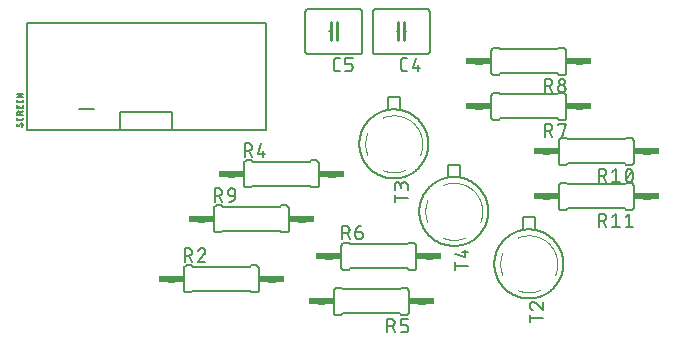
<source format=gbr>
G04 EAGLE Gerber X2 export*
%TF.Part,Single*%
%TF.FileFunction,Legend,Top,1*%
%TF.FilePolarity,Positive*%
%TF.GenerationSoftware,Autodesk,EAGLE,9.1.3*%
%TF.CreationDate,2018-10-15T23:42:15Z*%
G75*
%MOMM*%
%FSLAX34Y34*%
%LPD*%
%AMOC8*
5,1,8,0,0,1.08239X$1,22.5*%
G01*
%ADD10C,0.152400*%
%ADD11C,0.254000*%
%ADD12C,0.127000*%
%ADD13C,0.609600*%
%ADD14R,0.863600X0.609600*%
%ADD15C,0.203200*%
%ADD16C,0.050800*%


D10*
X504190Y254000D02*
X461010Y254000D01*
X461010Y292100D02*
X504190Y292100D01*
X458470Y289560D02*
X458470Y256540D01*
X506730Y256540D02*
X506730Y289560D01*
X461010Y254000D02*
X460910Y254002D01*
X460811Y254008D01*
X460711Y254018D01*
X460613Y254031D01*
X460514Y254049D01*
X460417Y254070D01*
X460321Y254095D01*
X460225Y254124D01*
X460131Y254157D01*
X460038Y254193D01*
X459947Y254233D01*
X459857Y254277D01*
X459769Y254324D01*
X459683Y254374D01*
X459599Y254428D01*
X459517Y254485D01*
X459438Y254545D01*
X459360Y254609D01*
X459286Y254675D01*
X459214Y254744D01*
X459145Y254816D01*
X459079Y254890D01*
X459015Y254968D01*
X458955Y255047D01*
X458898Y255129D01*
X458844Y255213D01*
X458794Y255299D01*
X458747Y255387D01*
X458703Y255477D01*
X458663Y255568D01*
X458627Y255661D01*
X458594Y255755D01*
X458565Y255851D01*
X458540Y255947D01*
X458519Y256044D01*
X458501Y256143D01*
X458488Y256241D01*
X458478Y256341D01*
X458472Y256440D01*
X458470Y256540D01*
X504190Y254000D02*
X504290Y254002D01*
X504389Y254008D01*
X504489Y254018D01*
X504587Y254031D01*
X504686Y254049D01*
X504783Y254070D01*
X504879Y254095D01*
X504975Y254124D01*
X505069Y254157D01*
X505162Y254193D01*
X505253Y254233D01*
X505343Y254277D01*
X505431Y254324D01*
X505517Y254374D01*
X505601Y254428D01*
X505683Y254485D01*
X505762Y254545D01*
X505840Y254609D01*
X505914Y254675D01*
X505986Y254744D01*
X506055Y254816D01*
X506121Y254890D01*
X506185Y254968D01*
X506245Y255047D01*
X506302Y255129D01*
X506356Y255213D01*
X506406Y255299D01*
X506453Y255387D01*
X506497Y255477D01*
X506537Y255568D01*
X506573Y255661D01*
X506606Y255755D01*
X506635Y255851D01*
X506660Y255947D01*
X506681Y256044D01*
X506699Y256143D01*
X506712Y256241D01*
X506722Y256341D01*
X506728Y256440D01*
X506730Y256540D01*
X461010Y292100D02*
X460910Y292098D01*
X460811Y292092D01*
X460711Y292082D01*
X460613Y292069D01*
X460514Y292051D01*
X460417Y292030D01*
X460321Y292005D01*
X460225Y291976D01*
X460131Y291943D01*
X460038Y291907D01*
X459947Y291867D01*
X459857Y291823D01*
X459769Y291776D01*
X459683Y291726D01*
X459599Y291672D01*
X459517Y291615D01*
X459438Y291555D01*
X459360Y291491D01*
X459286Y291425D01*
X459214Y291356D01*
X459145Y291284D01*
X459079Y291210D01*
X459015Y291132D01*
X458955Y291053D01*
X458898Y290971D01*
X458844Y290887D01*
X458794Y290801D01*
X458747Y290713D01*
X458703Y290623D01*
X458663Y290532D01*
X458627Y290439D01*
X458594Y290345D01*
X458565Y290249D01*
X458540Y290153D01*
X458519Y290056D01*
X458501Y289957D01*
X458488Y289859D01*
X458478Y289759D01*
X458472Y289660D01*
X458470Y289560D01*
X504190Y292100D02*
X504290Y292098D01*
X504389Y292092D01*
X504489Y292082D01*
X504587Y292069D01*
X504686Y292051D01*
X504783Y292030D01*
X504879Y292005D01*
X504975Y291976D01*
X505069Y291943D01*
X505162Y291907D01*
X505253Y291867D01*
X505343Y291823D01*
X505431Y291776D01*
X505517Y291726D01*
X505601Y291672D01*
X505683Y291615D01*
X505762Y291555D01*
X505840Y291491D01*
X505914Y291425D01*
X505986Y291356D01*
X506055Y291284D01*
X506121Y291210D01*
X506185Y291132D01*
X506245Y291053D01*
X506302Y290971D01*
X506356Y290887D01*
X506406Y290801D01*
X506453Y290713D01*
X506497Y290623D01*
X506537Y290532D01*
X506573Y290439D01*
X506606Y290345D01*
X506635Y290249D01*
X506660Y290153D01*
X506681Y290056D01*
X506699Y289957D01*
X506712Y289859D01*
X506722Y289759D01*
X506728Y289660D01*
X506730Y289560D01*
X480060Y273050D02*
X478790Y273050D01*
D11*
X480060Y273050D02*
X480060Y265430D01*
X480060Y273050D02*
X480060Y280670D01*
X485140Y273050D02*
X485140Y265430D01*
X485140Y273050D02*
X485140Y280670D01*
D10*
X485140Y273050D02*
X486410Y273050D01*
D12*
X487643Y239395D02*
X485103Y239395D01*
X485003Y239397D01*
X484904Y239403D01*
X484804Y239413D01*
X484706Y239426D01*
X484607Y239444D01*
X484510Y239465D01*
X484414Y239490D01*
X484318Y239519D01*
X484224Y239552D01*
X484131Y239588D01*
X484040Y239628D01*
X483950Y239672D01*
X483862Y239719D01*
X483776Y239769D01*
X483692Y239823D01*
X483610Y239880D01*
X483531Y239940D01*
X483453Y240004D01*
X483379Y240070D01*
X483307Y240139D01*
X483238Y240211D01*
X483172Y240285D01*
X483108Y240363D01*
X483048Y240442D01*
X482991Y240524D01*
X482937Y240608D01*
X482887Y240694D01*
X482840Y240782D01*
X482796Y240872D01*
X482756Y240963D01*
X482720Y241056D01*
X482687Y241150D01*
X482658Y241246D01*
X482633Y241342D01*
X482612Y241439D01*
X482594Y241538D01*
X482581Y241636D01*
X482571Y241736D01*
X482565Y241835D01*
X482563Y241935D01*
X482563Y248285D01*
X482565Y248385D01*
X482571Y248484D01*
X482581Y248584D01*
X482594Y248682D01*
X482612Y248781D01*
X482633Y248878D01*
X482658Y248974D01*
X482687Y249070D01*
X482720Y249164D01*
X482756Y249257D01*
X482796Y249348D01*
X482840Y249438D01*
X482887Y249526D01*
X482937Y249612D01*
X482991Y249696D01*
X483048Y249778D01*
X483108Y249857D01*
X483172Y249935D01*
X483238Y250009D01*
X483307Y250081D01*
X483379Y250150D01*
X483453Y250216D01*
X483531Y250280D01*
X483610Y250340D01*
X483692Y250397D01*
X483776Y250451D01*
X483862Y250501D01*
X483950Y250548D01*
X484040Y250592D01*
X484131Y250632D01*
X484224Y250668D01*
X484318Y250701D01*
X484414Y250730D01*
X484510Y250755D01*
X484607Y250776D01*
X484706Y250794D01*
X484804Y250807D01*
X484904Y250817D01*
X485003Y250823D01*
X485103Y250825D01*
X487643Y250825D01*
X494665Y250825D02*
X492125Y241935D01*
X498475Y241935D01*
X496570Y244475D02*
X496570Y239395D01*
D10*
X447040Y254000D02*
X403860Y254000D01*
X403860Y292100D02*
X447040Y292100D01*
X401320Y289560D02*
X401320Y256540D01*
X449580Y256540D02*
X449580Y289560D01*
X403860Y254000D02*
X403760Y254002D01*
X403661Y254008D01*
X403561Y254018D01*
X403463Y254031D01*
X403364Y254049D01*
X403267Y254070D01*
X403171Y254095D01*
X403075Y254124D01*
X402981Y254157D01*
X402888Y254193D01*
X402797Y254233D01*
X402707Y254277D01*
X402619Y254324D01*
X402533Y254374D01*
X402449Y254428D01*
X402367Y254485D01*
X402288Y254545D01*
X402210Y254609D01*
X402136Y254675D01*
X402064Y254744D01*
X401995Y254816D01*
X401929Y254890D01*
X401865Y254968D01*
X401805Y255047D01*
X401748Y255129D01*
X401694Y255213D01*
X401644Y255299D01*
X401597Y255387D01*
X401553Y255477D01*
X401513Y255568D01*
X401477Y255661D01*
X401444Y255755D01*
X401415Y255851D01*
X401390Y255947D01*
X401369Y256044D01*
X401351Y256143D01*
X401338Y256241D01*
X401328Y256341D01*
X401322Y256440D01*
X401320Y256540D01*
X447040Y254000D02*
X447140Y254002D01*
X447239Y254008D01*
X447339Y254018D01*
X447437Y254031D01*
X447536Y254049D01*
X447633Y254070D01*
X447729Y254095D01*
X447825Y254124D01*
X447919Y254157D01*
X448012Y254193D01*
X448103Y254233D01*
X448193Y254277D01*
X448281Y254324D01*
X448367Y254374D01*
X448451Y254428D01*
X448533Y254485D01*
X448612Y254545D01*
X448690Y254609D01*
X448764Y254675D01*
X448836Y254744D01*
X448905Y254816D01*
X448971Y254890D01*
X449035Y254968D01*
X449095Y255047D01*
X449152Y255129D01*
X449206Y255213D01*
X449256Y255299D01*
X449303Y255387D01*
X449347Y255477D01*
X449387Y255568D01*
X449423Y255661D01*
X449456Y255755D01*
X449485Y255851D01*
X449510Y255947D01*
X449531Y256044D01*
X449549Y256143D01*
X449562Y256241D01*
X449572Y256341D01*
X449578Y256440D01*
X449580Y256540D01*
X403860Y292100D02*
X403760Y292098D01*
X403661Y292092D01*
X403561Y292082D01*
X403463Y292069D01*
X403364Y292051D01*
X403267Y292030D01*
X403171Y292005D01*
X403075Y291976D01*
X402981Y291943D01*
X402888Y291907D01*
X402797Y291867D01*
X402707Y291823D01*
X402619Y291776D01*
X402533Y291726D01*
X402449Y291672D01*
X402367Y291615D01*
X402288Y291555D01*
X402210Y291491D01*
X402136Y291425D01*
X402064Y291356D01*
X401995Y291284D01*
X401929Y291210D01*
X401865Y291132D01*
X401805Y291053D01*
X401748Y290971D01*
X401694Y290887D01*
X401644Y290801D01*
X401597Y290713D01*
X401553Y290623D01*
X401513Y290532D01*
X401477Y290439D01*
X401444Y290345D01*
X401415Y290249D01*
X401390Y290153D01*
X401369Y290056D01*
X401351Y289957D01*
X401338Y289859D01*
X401328Y289759D01*
X401322Y289660D01*
X401320Y289560D01*
X447040Y292100D02*
X447140Y292098D01*
X447239Y292092D01*
X447339Y292082D01*
X447437Y292069D01*
X447536Y292051D01*
X447633Y292030D01*
X447729Y292005D01*
X447825Y291976D01*
X447919Y291943D01*
X448012Y291907D01*
X448103Y291867D01*
X448193Y291823D01*
X448281Y291776D01*
X448367Y291726D01*
X448451Y291672D01*
X448533Y291615D01*
X448612Y291555D01*
X448690Y291491D01*
X448764Y291425D01*
X448836Y291356D01*
X448905Y291284D01*
X448971Y291210D01*
X449035Y291132D01*
X449095Y291053D01*
X449152Y290971D01*
X449206Y290887D01*
X449256Y290801D01*
X449303Y290713D01*
X449347Y290623D01*
X449387Y290532D01*
X449423Y290439D01*
X449456Y290345D01*
X449485Y290249D01*
X449510Y290153D01*
X449531Y290056D01*
X449549Y289957D01*
X449562Y289859D01*
X449572Y289759D01*
X449578Y289660D01*
X449580Y289560D01*
X422910Y273050D02*
X421640Y273050D01*
D11*
X422910Y273050D02*
X422910Y265430D01*
X422910Y273050D02*
X422910Y280670D01*
X427990Y273050D02*
X427990Y265430D01*
X427990Y273050D02*
X427990Y280670D01*
D10*
X427990Y273050D02*
X429260Y273050D01*
D12*
X430493Y239395D02*
X427953Y239395D01*
X427853Y239397D01*
X427754Y239403D01*
X427654Y239413D01*
X427556Y239426D01*
X427457Y239444D01*
X427360Y239465D01*
X427264Y239490D01*
X427168Y239519D01*
X427074Y239552D01*
X426981Y239588D01*
X426890Y239628D01*
X426800Y239672D01*
X426712Y239719D01*
X426626Y239769D01*
X426542Y239823D01*
X426460Y239880D01*
X426381Y239940D01*
X426303Y240004D01*
X426229Y240070D01*
X426157Y240139D01*
X426088Y240211D01*
X426022Y240285D01*
X425958Y240363D01*
X425898Y240442D01*
X425841Y240524D01*
X425787Y240608D01*
X425737Y240694D01*
X425690Y240782D01*
X425646Y240872D01*
X425606Y240963D01*
X425570Y241056D01*
X425537Y241150D01*
X425508Y241246D01*
X425483Y241342D01*
X425462Y241439D01*
X425444Y241538D01*
X425431Y241636D01*
X425421Y241736D01*
X425415Y241835D01*
X425413Y241935D01*
X425413Y248285D01*
X425415Y248385D01*
X425421Y248484D01*
X425431Y248584D01*
X425444Y248682D01*
X425462Y248781D01*
X425483Y248878D01*
X425508Y248974D01*
X425537Y249070D01*
X425570Y249164D01*
X425606Y249257D01*
X425646Y249348D01*
X425690Y249438D01*
X425737Y249526D01*
X425787Y249612D01*
X425841Y249696D01*
X425898Y249778D01*
X425958Y249857D01*
X426022Y249935D01*
X426088Y250009D01*
X426157Y250081D01*
X426229Y250150D01*
X426303Y250216D01*
X426381Y250280D01*
X426460Y250340D01*
X426542Y250397D01*
X426626Y250451D01*
X426712Y250501D01*
X426800Y250548D01*
X426890Y250592D01*
X426981Y250632D01*
X427074Y250668D01*
X427168Y250701D01*
X427264Y250730D01*
X427360Y250755D01*
X427457Y250776D01*
X427556Y250794D01*
X427654Y250807D01*
X427754Y250817D01*
X427853Y250823D01*
X427953Y250825D01*
X430493Y250825D01*
X434975Y239395D02*
X438785Y239395D01*
X438885Y239397D01*
X438984Y239403D01*
X439084Y239413D01*
X439182Y239426D01*
X439281Y239444D01*
X439378Y239465D01*
X439474Y239490D01*
X439570Y239519D01*
X439664Y239552D01*
X439757Y239588D01*
X439848Y239628D01*
X439938Y239672D01*
X440026Y239719D01*
X440112Y239769D01*
X440196Y239823D01*
X440278Y239880D01*
X440357Y239940D01*
X440435Y240004D01*
X440509Y240070D01*
X440581Y240139D01*
X440650Y240211D01*
X440716Y240285D01*
X440780Y240363D01*
X440840Y240442D01*
X440897Y240524D01*
X440951Y240608D01*
X441001Y240694D01*
X441048Y240782D01*
X441092Y240872D01*
X441132Y240963D01*
X441168Y241056D01*
X441201Y241150D01*
X441230Y241246D01*
X441255Y241342D01*
X441276Y241439D01*
X441294Y241538D01*
X441307Y241636D01*
X441317Y241736D01*
X441323Y241835D01*
X441325Y241935D01*
X441325Y243205D01*
X441323Y243305D01*
X441317Y243404D01*
X441307Y243504D01*
X441294Y243602D01*
X441276Y243701D01*
X441255Y243798D01*
X441230Y243894D01*
X441201Y243990D01*
X441168Y244084D01*
X441132Y244177D01*
X441092Y244268D01*
X441048Y244358D01*
X441001Y244446D01*
X440951Y244532D01*
X440897Y244616D01*
X440840Y244698D01*
X440780Y244777D01*
X440716Y244855D01*
X440650Y244929D01*
X440581Y245001D01*
X440509Y245070D01*
X440435Y245136D01*
X440357Y245200D01*
X440278Y245260D01*
X440196Y245317D01*
X440112Y245371D01*
X440026Y245421D01*
X439938Y245468D01*
X439848Y245512D01*
X439757Y245552D01*
X439664Y245588D01*
X439570Y245621D01*
X439474Y245650D01*
X439378Y245675D01*
X439281Y245696D01*
X439182Y245714D01*
X439084Y245727D01*
X438984Y245737D01*
X438885Y245743D01*
X438785Y245745D01*
X434975Y245745D01*
X434975Y250825D01*
X441325Y250825D01*
D10*
X676910Y160020D02*
X677010Y160022D01*
X677109Y160028D01*
X677209Y160038D01*
X677307Y160051D01*
X677406Y160069D01*
X677503Y160090D01*
X677599Y160115D01*
X677695Y160144D01*
X677789Y160177D01*
X677882Y160213D01*
X677973Y160253D01*
X678063Y160297D01*
X678151Y160344D01*
X678237Y160394D01*
X678321Y160448D01*
X678403Y160505D01*
X678482Y160565D01*
X678560Y160629D01*
X678634Y160695D01*
X678706Y160764D01*
X678775Y160836D01*
X678841Y160910D01*
X678905Y160988D01*
X678965Y161067D01*
X679022Y161149D01*
X679076Y161233D01*
X679126Y161319D01*
X679173Y161407D01*
X679217Y161497D01*
X679257Y161588D01*
X679293Y161681D01*
X679326Y161775D01*
X679355Y161871D01*
X679380Y161967D01*
X679401Y162064D01*
X679419Y162163D01*
X679432Y162261D01*
X679442Y162361D01*
X679448Y162460D01*
X679450Y162560D01*
X679450Y180340D02*
X679448Y180440D01*
X679442Y180539D01*
X679432Y180639D01*
X679419Y180737D01*
X679401Y180836D01*
X679380Y180933D01*
X679355Y181029D01*
X679326Y181125D01*
X679293Y181219D01*
X679257Y181312D01*
X679217Y181403D01*
X679173Y181493D01*
X679126Y181581D01*
X679076Y181667D01*
X679022Y181751D01*
X678965Y181833D01*
X678905Y181912D01*
X678841Y181990D01*
X678775Y182064D01*
X678706Y182136D01*
X678634Y182205D01*
X678560Y182271D01*
X678482Y182335D01*
X678403Y182395D01*
X678321Y182452D01*
X678237Y182506D01*
X678151Y182556D01*
X678063Y182603D01*
X677973Y182647D01*
X677882Y182687D01*
X677789Y182723D01*
X677695Y182756D01*
X677599Y182785D01*
X677503Y182810D01*
X677406Y182831D01*
X677307Y182849D01*
X677209Y182862D01*
X677109Y182872D01*
X677010Y182878D01*
X676910Y182880D01*
X618490Y182880D02*
X618390Y182878D01*
X618291Y182872D01*
X618191Y182862D01*
X618093Y182849D01*
X617994Y182831D01*
X617897Y182810D01*
X617801Y182785D01*
X617705Y182756D01*
X617611Y182723D01*
X617518Y182687D01*
X617427Y182647D01*
X617337Y182603D01*
X617249Y182556D01*
X617163Y182506D01*
X617079Y182452D01*
X616997Y182395D01*
X616918Y182335D01*
X616840Y182271D01*
X616766Y182205D01*
X616694Y182136D01*
X616625Y182064D01*
X616559Y181990D01*
X616495Y181912D01*
X616435Y181833D01*
X616378Y181751D01*
X616324Y181667D01*
X616274Y181581D01*
X616227Y181493D01*
X616183Y181403D01*
X616143Y181312D01*
X616107Y181219D01*
X616074Y181125D01*
X616045Y181029D01*
X616020Y180933D01*
X615999Y180836D01*
X615981Y180737D01*
X615968Y180639D01*
X615958Y180539D01*
X615952Y180440D01*
X615950Y180340D01*
X615950Y162560D02*
X615952Y162460D01*
X615958Y162361D01*
X615968Y162261D01*
X615981Y162163D01*
X615999Y162064D01*
X616020Y161967D01*
X616045Y161871D01*
X616074Y161775D01*
X616107Y161681D01*
X616143Y161588D01*
X616183Y161497D01*
X616227Y161407D01*
X616274Y161319D01*
X616324Y161233D01*
X616378Y161149D01*
X616435Y161067D01*
X616495Y160988D01*
X616559Y160910D01*
X616625Y160836D01*
X616694Y160764D01*
X616766Y160695D01*
X616840Y160629D01*
X616918Y160565D01*
X616997Y160505D01*
X617079Y160448D01*
X617163Y160394D01*
X617249Y160344D01*
X617337Y160297D01*
X617427Y160253D01*
X617518Y160213D01*
X617611Y160177D01*
X617705Y160144D01*
X617801Y160115D01*
X617897Y160090D01*
X617994Y160069D01*
X618093Y160051D01*
X618191Y160038D01*
X618291Y160028D01*
X618390Y160022D01*
X618490Y160020D01*
X679450Y162560D02*
X679450Y180340D01*
X676910Y160020D02*
X673100Y160020D01*
X671830Y161290D01*
X673100Y182880D02*
X676910Y182880D01*
X673100Y182880D02*
X671830Y181610D01*
X623570Y161290D02*
X622300Y160020D01*
X623570Y161290D02*
X671830Y161290D01*
X623570Y181610D02*
X622300Y182880D01*
X623570Y181610D02*
X671830Y181610D01*
X622300Y160020D02*
X618490Y160020D01*
X618490Y182880D02*
X622300Y182880D01*
X615950Y180340D02*
X615950Y162560D01*
D13*
X607060Y171450D02*
X603250Y171450D01*
X688340Y171450D02*
X692150Y171450D01*
D12*
X649688Y156845D02*
X649688Y145415D01*
X649688Y156845D02*
X652863Y156845D01*
X652974Y156843D01*
X653084Y156837D01*
X653195Y156828D01*
X653305Y156814D01*
X653414Y156797D01*
X653523Y156776D01*
X653631Y156751D01*
X653738Y156722D01*
X653844Y156690D01*
X653949Y156654D01*
X654052Y156614D01*
X654154Y156571D01*
X654255Y156524D01*
X654354Y156473D01*
X654451Y156420D01*
X654545Y156363D01*
X654638Y156302D01*
X654729Y156239D01*
X654818Y156172D01*
X654904Y156102D01*
X654987Y156029D01*
X655069Y155954D01*
X655147Y155876D01*
X655222Y155794D01*
X655295Y155711D01*
X655365Y155625D01*
X655432Y155536D01*
X655495Y155445D01*
X655556Y155352D01*
X655613Y155257D01*
X655666Y155161D01*
X655717Y155062D01*
X655764Y154961D01*
X655807Y154859D01*
X655847Y154756D01*
X655883Y154651D01*
X655915Y154545D01*
X655944Y154438D01*
X655969Y154330D01*
X655990Y154221D01*
X656007Y154112D01*
X656021Y154002D01*
X656030Y153891D01*
X656036Y153781D01*
X656038Y153670D01*
X656036Y153559D01*
X656030Y153449D01*
X656021Y153338D01*
X656007Y153228D01*
X655990Y153119D01*
X655969Y153010D01*
X655944Y152902D01*
X655915Y152795D01*
X655883Y152689D01*
X655847Y152584D01*
X655807Y152481D01*
X655764Y152379D01*
X655717Y152278D01*
X655666Y152179D01*
X655613Y152082D01*
X655556Y151988D01*
X655495Y151895D01*
X655432Y151804D01*
X655365Y151715D01*
X655295Y151629D01*
X655222Y151546D01*
X655147Y151464D01*
X655069Y151386D01*
X654987Y151311D01*
X654904Y151238D01*
X654818Y151168D01*
X654729Y151101D01*
X654638Y151038D01*
X654545Y150977D01*
X654451Y150920D01*
X654354Y150867D01*
X654255Y150816D01*
X654154Y150769D01*
X654052Y150726D01*
X653949Y150686D01*
X653844Y150650D01*
X653738Y150618D01*
X653631Y150589D01*
X653523Y150564D01*
X653414Y150543D01*
X653305Y150526D01*
X653195Y150512D01*
X653084Y150503D01*
X652974Y150497D01*
X652863Y150495D01*
X649688Y150495D01*
X653498Y150495D02*
X656038Y145415D01*
X661035Y154305D02*
X664210Y156845D01*
X664210Y145415D01*
X661035Y145415D02*
X667385Y145415D01*
X672465Y151130D02*
X672468Y151355D01*
X672476Y151580D01*
X672489Y151804D01*
X672508Y152028D01*
X672532Y152252D01*
X672561Y152475D01*
X672596Y152697D01*
X672636Y152918D01*
X672682Y153138D01*
X672732Y153357D01*
X672788Y153575D01*
X672849Y153792D01*
X672915Y154007D01*
X672986Y154220D01*
X673063Y154431D01*
X673144Y154641D01*
X673230Y154849D01*
X673321Y155054D01*
X673417Y155257D01*
X673417Y155258D02*
X673449Y155346D01*
X673485Y155433D01*
X673524Y155519D01*
X673567Y155603D01*
X673613Y155685D01*
X673662Y155765D01*
X673714Y155843D01*
X673770Y155919D01*
X673828Y155993D01*
X673890Y156064D01*
X673954Y156133D01*
X674021Y156199D01*
X674090Y156262D01*
X674162Y156323D01*
X674236Y156381D01*
X674313Y156435D01*
X674391Y156487D01*
X674472Y156535D01*
X674554Y156580D01*
X674639Y156622D01*
X674725Y156660D01*
X674812Y156695D01*
X674900Y156727D01*
X674990Y156754D01*
X675081Y156779D01*
X675173Y156799D01*
X675265Y156816D01*
X675359Y156829D01*
X675452Y156838D01*
X675546Y156844D01*
X675640Y156846D01*
X675734Y156844D01*
X675828Y156838D01*
X675921Y156829D01*
X676015Y156816D01*
X676107Y156799D01*
X676199Y156779D01*
X676290Y156754D01*
X676380Y156727D01*
X676468Y156695D01*
X676555Y156660D01*
X676641Y156622D01*
X676726Y156580D01*
X676808Y156535D01*
X676889Y156487D01*
X676967Y156435D01*
X677044Y156381D01*
X677118Y156323D01*
X677190Y156262D01*
X677259Y156199D01*
X677326Y156133D01*
X677390Y156064D01*
X677452Y155993D01*
X677510Y155919D01*
X677566Y155843D01*
X677618Y155765D01*
X677667Y155685D01*
X677713Y155603D01*
X677756Y155519D01*
X677795Y155433D01*
X677831Y155346D01*
X677863Y155258D01*
X677863Y155257D02*
X677959Y155054D01*
X678050Y154849D01*
X678136Y154641D01*
X678217Y154431D01*
X678294Y154220D01*
X678365Y154007D01*
X678431Y153792D01*
X678492Y153575D01*
X678548Y153357D01*
X678598Y153138D01*
X678644Y152918D01*
X678684Y152697D01*
X678719Y152475D01*
X678748Y152252D01*
X678772Y152028D01*
X678791Y151804D01*
X678804Y151580D01*
X678812Y151355D01*
X678815Y151130D01*
X672465Y151130D02*
X672468Y150905D01*
X672476Y150680D01*
X672489Y150456D01*
X672508Y150232D01*
X672532Y150008D01*
X672561Y149785D01*
X672596Y149563D01*
X672636Y149342D01*
X672682Y149122D01*
X672732Y148903D01*
X672788Y148685D01*
X672849Y148468D01*
X672915Y148253D01*
X672986Y148040D01*
X673063Y147829D01*
X673144Y147619D01*
X673230Y147411D01*
X673321Y147206D01*
X673417Y147003D01*
X673449Y146915D01*
X673485Y146828D01*
X673524Y146742D01*
X673567Y146658D01*
X673613Y146576D01*
X673662Y146496D01*
X673714Y146418D01*
X673770Y146342D01*
X673828Y146268D01*
X673890Y146197D01*
X673954Y146128D01*
X674021Y146062D01*
X674090Y145999D01*
X674162Y145938D01*
X674236Y145880D01*
X674313Y145826D01*
X674391Y145774D01*
X674472Y145726D01*
X674554Y145681D01*
X674639Y145639D01*
X674725Y145601D01*
X674812Y145566D01*
X674900Y145534D01*
X674990Y145507D01*
X675081Y145482D01*
X675173Y145462D01*
X675265Y145445D01*
X675359Y145432D01*
X675452Y145423D01*
X675546Y145417D01*
X675640Y145415D01*
X677863Y147003D02*
X677959Y147206D01*
X678050Y147411D01*
X678136Y147619D01*
X678217Y147829D01*
X678294Y148040D01*
X678365Y148253D01*
X678431Y148468D01*
X678492Y148685D01*
X678548Y148903D01*
X678598Y149122D01*
X678644Y149342D01*
X678684Y149563D01*
X678719Y149785D01*
X678748Y150008D01*
X678772Y150232D01*
X678791Y150456D01*
X678804Y150680D01*
X678812Y150905D01*
X678815Y151130D01*
X677863Y147003D02*
X677831Y146915D01*
X677795Y146828D01*
X677756Y146742D01*
X677713Y146658D01*
X677667Y146576D01*
X677618Y146496D01*
X677566Y146418D01*
X677510Y146342D01*
X677452Y146268D01*
X677390Y146197D01*
X677326Y146128D01*
X677259Y146062D01*
X677190Y145999D01*
X677118Y145938D01*
X677044Y145880D01*
X676967Y145826D01*
X676889Y145774D01*
X676808Y145726D01*
X676726Y145681D01*
X676641Y145639D01*
X676555Y145601D01*
X676468Y145566D01*
X676380Y145534D01*
X676290Y145507D01*
X676199Y145482D01*
X676107Y145462D01*
X676015Y145445D01*
X675921Y145432D01*
X675828Y145423D01*
X675734Y145417D01*
X675640Y145415D01*
X673100Y147955D02*
X678180Y154305D01*
D14*
X611632Y171450D03*
X683768Y171450D03*
X598932Y171450D03*
X696468Y171450D03*
D10*
X679450Y124460D02*
X679448Y124360D01*
X679442Y124261D01*
X679432Y124161D01*
X679419Y124063D01*
X679401Y123964D01*
X679380Y123867D01*
X679355Y123771D01*
X679326Y123675D01*
X679293Y123581D01*
X679257Y123488D01*
X679217Y123397D01*
X679173Y123307D01*
X679126Y123219D01*
X679076Y123133D01*
X679022Y123049D01*
X678965Y122967D01*
X678905Y122888D01*
X678841Y122810D01*
X678775Y122736D01*
X678706Y122664D01*
X678634Y122595D01*
X678560Y122529D01*
X678482Y122465D01*
X678403Y122405D01*
X678321Y122348D01*
X678237Y122294D01*
X678151Y122244D01*
X678063Y122197D01*
X677973Y122153D01*
X677882Y122113D01*
X677789Y122077D01*
X677695Y122044D01*
X677599Y122015D01*
X677503Y121990D01*
X677406Y121969D01*
X677307Y121951D01*
X677209Y121938D01*
X677109Y121928D01*
X677010Y121922D01*
X676910Y121920D01*
X679450Y142240D02*
X679448Y142340D01*
X679442Y142439D01*
X679432Y142539D01*
X679419Y142637D01*
X679401Y142736D01*
X679380Y142833D01*
X679355Y142929D01*
X679326Y143025D01*
X679293Y143119D01*
X679257Y143212D01*
X679217Y143303D01*
X679173Y143393D01*
X679126Y143481D01*
X679076Y143567D01*
X679022Y143651D01*
X678965Y143733D01*
X678905Y143812D01*
X678841Y143890D01*
X678775Y143964D01*
X678706Y144036D01*
X678634Y144105D01*
X678560Y144171D01*
X678482Y144235D01*
X678403Y144295D01*
X678321Y144352D01*
X678237Y144406D01*
X678151Y144456D01*
X678063Y144503D01*
X677973Y144547D01*
X677882Y144587D01*
X677789Y144623D01*
X677695Y144656D01*
X677599Y144685D01*
X677503Y144710D01*
X677406Y144731D01*
X677307Y144749D01*
X677209Y144762D01*
X677109Y144772D01*
X677010Y144778D01*
X676910Y144780D01*
X618490Y144780D02*
X618390Y144778D01*
X618291Y144772D01*
X618191Y144762D01*
X618093Y144749D01*
X617994Y144731D01*
X617897Y144710D01*
X617801Y144685D01*
X617705Y144656D01*
X617611Y144623D01*
X617518Y144587D01*
X617427Y144547D01*
X617337Y144503D01*
X617249Y144456D01*
X617163Y144406D01*
X617079Y144352D01*
X616997Y144295D01*
X616918Y144235D01*
X616840Y144171D01*
X616766Y144105D01*
X616694Y144036D01*
X616625Y143964D01*
X616559Y143890D01*
X616495Y143812D01*
X616435Y143733D01*
X616378Y143651D01*
X616324Y143567D01*
X616274Y143481D01*
X616227Y143393D01*
X616183Y143303D01*
X616143Y143212D01*
X616107Y143119D01*
X616074Y143025D01*
X616045Y142929D01*
X616020Y142833D01*
X615999Y142736D01*
X615981Y142637D01*
X615968Y142539D01*
X615958Y142439D01*
X615952Y142340D01*
X615950Y142240D01*
X615950Y124460D02*
X615952Y124360D01*
X615958Y124261D01*
X615968Y124161D01*
X615981Y124063D01*
X615999Y123964D01*
X616020Y123867D01*
X616045Y123771D01*
X616074Y123675D01*
X616107Y123581D01*
X616143Y123488D01*
X616183Y123397D01*
X616227Y123307D01*
X616274Y123219D01*
X616324Y123133D01*
X616378Y123049D01*
X616435Y122967D01*
X616495Y122888D01*
X616559Y122810D01*
X616625Y122736D01*
X616694Y122664D01*
X616766Y122595D01*
X616840Y122529D01*
X616918Y122465D01*
X616997Y122405D01*
X617079Y122348D01*
X617163Y122294D01*
X617249Y122244D01*
X617337Y122197D01*
X617427Y122153D01*
X617518Y122113D01*
X617611Y122077D01*
X617705Y122044D01*
X617801Y122015D01*
X617897Y121990D01*
X617994Y121969D01*
X618093Y121951D01*
X618191Y121938D01*
X618291Y121928D01*
X618390Y121922D01*
X618490Y121920D01*
X679450Y124460D02*
X679450Y142240D01*
X676910Y121920D02*
X673100Y121920D01*
X671830Y123190D01*
X673100Y144780D02*
X676910Y144780D01*
X673100Y144780D02*
X671830Y143510D01*
X623570Y123190D02*
X622300Y121920D01*
X623570Y123190D02*
X671830Y123190D01*
X623570Y143510D02*
X622300Y144780D01*
X623570Y143510D02*
X671830Y143510D01*
X622300Y121920D02*
X618490Y121920D01*
X618490Y144780D02*
X622300Y144780D01*
X615950Y142240D02*
X615950Y124460D01*
D13*
X607060Y133350D02*
X603250Y133350D01*
X688340Y133350D02*
X692150Y133350D01*
D12*
X649688Y118745D02*
X649688Y107315D01*
X649688Y118745D02*
X652863Y118745D01*
X652974Y118743D01*
X653084Y118737D01*
X653195Y118728D01*
X653305Y118714D01*
X653414Y118697D01*
X653523Y118676D01*
X653631Y118651D01*
X653738Y118622D01*
X653844Y118590D01*
X653949Y118554D01*
X654052Y118514D01*
X654154Y118471D01*
X654255Y118424D01*
X654354Y118373D01*
X654451Y118320D01*
X654545Y118263D01*
X654638Y118202D01*
X654729Y118139D01*
X654818Y118072D01*
X654904Y118002D01*
X654987Y117929D01*
X655069Y117854D01*
X655147Y117776D01*
X655222Y117694D01*
X655295Y117611D01*
X655365Y117525D01*
X655432Y117436D01*
X655495Y117345D01*
X655556Y117252D01*
X655613Y117157D01*
X655666Y117061D01*
X655717Y116962D01*
X655764Y116861D01*
X655807Y116759D01*
X655847Y116656D01*
X655883Y116551D01*
X655915Y116445D01*
X655944Y116338D01*
X655969Y116230D01*
X655990Y116121D01*
X656007Y116012D01*
X656021Y115902D01*
X656030Y115791D01*
X656036Y115681D01*
X656038Y115570D01*
X656036Y115459D01*
X656030Y115349D01*
X656021Y115238D01*
X656007Y115128D01*
X655990Y115019D01*
X655969Y114910D01*
X655944Y114802D01*
X655915Y114695D01*
X655883Y114589D01*
X655847Y114484D01*
X655807Y114381D01*
X655764Y114279D01*
X655717Y114178D01*
X655666Y114079D01*
X655613Y113982D01*
X655556Y113888D01*
X655495Y113795D01*
X655432Y113704D01*
X655365Y113615D01*
X655295Y113529D01*
X655222Y113446D01*
X655147Y113364D01*
X655069Y113286D01*
X654987Y113211D01*
X654904Y113138D01*
X654818Y113068D01*
X654729Y113001D01*
X654638Y112938D01*
X654545Y112877D01*
X654451Y112820D01*
X654354Y112767D01*
X654255Y112716D01*
X654154Y112669D01*
X654052Y112626D01*
X653949Y112586D01*
X653844Y112550D01*
X653738Y112518D01*
X653631Y112489D01*
X653523Y112464D01*
X653414Y112443D01*
X653305Y112426D01*
X653195Y112412D01*
X653084Y112403D01*
X652974Y112397D01*
X652863Y112395D01*
X649688Y112395D01*
X653498Y112395D02*
X656038Y107315D01*
X661035Y116205D02*
X664210Y118745D01*
X664210Y107315D01*
X661035Y107315D02*
X667385Y107315D01*
X672465Y116205D02*
X675640Y118745D01*
X675640Y107315D01*
X672465Y107315D02*
X678815Y107315D01*
D14*
X611632Y133350D03*
X683768Y133350D03*
X598932Y133350D03*
X696468Y133350D03*
D10*
X300990Y74930D02*
X300890Y74928D01*
X300791Y74922D01*
X300691Y74912D01*
X300593Y74899D01*
X300494Y74881D01*
X300397Y74860D01*
X300301Y74835D01*
X300205Y74806D01*
X300111Y74773D01*
X300018Y74737D01*
X299927Y74697D01*
X299837Y74653D01*
X299749Y74606D01*
X299663Y74556D01*
X299579Y74502D01*
X299497Y74445D01*
X299418Y74385D01*
X299340Y74321D01*
X299266Y74255D01*
X299194Y74186D01*
X299125Y74114D01*
X299059Y74040D01*
X298995Y73962D01*
X298935Y73883D01*
X298878Y73801D01*
X298824Y73717D01*
X298774Y73631D01*
X298727Y73543D01*
X298683Y73453D01*
X298643Y73362D01*
X298607Y73269D01*
X298574Y73175D01*
X298545Y73079D01*
X298520Y72983D01*
X298499Y72886D01*
X298481Y72787D01*
X298468Y72689D01*
X298458Y72589D01*
X298452Y72490D01*
X298450Y72390D01*
X298450Y54610D02*
X298452Y54510D01*
X298458Y54411D01*
X298468Y54311D01*
X298481Y54213D01*
X298499Y54114D01*
X298520Y54017D01*
X298545Y53921D01*
X298574Y53825D01*
X298607Y53731D01*
X298643Y53638D01*
X298683Y53547D01*
X298727Y53457D01*
X298774Y53369D01*
X298824Y53283D01*
X298878Y53199D01*
X298935Y53117D01*
X298995Y53038D01*
X299059Y52960D01*
X299125Y52886D01*
X299194Y52814D01*
X299266Y52745D01*
X299340Y52679D01*
X299418Y52615D01*
X299497Y52555D01*
X299579Y52498D01*
X299663Y52444D01*
X299749Y52394D01*
X299837Y52347D01*
X299927Y52303D01*
X300018Y52263D01*
X300111Y52227D01*
X300205Y52194D01*
X300301Y52165D01*
X300397Y52140D01*
X300494Y52119D01*
X300593Y52101D01*
X300691Y52088D01*
X300791Y52078D01*
X300890Y52072D01*
X300990Y52070D01*
X359410Y52070D02*
X359510Y52072D01*
X359609Y52078D01*
X359709Y52088D01*
X359807Y52101D01*
X359906Y52119D01*
X360003Y52140D01*
X360099Y52165D01*
X360195Y52194D01*
X360289Y52227D01*
X360382Y52263D01*
X360473Y52303D01*
X360563Y52347D01*
X360651Y52394D01*
X360737Y52444D01*
X360821Y52498D01*
X360903Y52555D01*
X360982Y52615D01*
X361060Y52679D01*
X361134Y52745D01*
X361206Y52814D01*
X361275Y52886D01*
X361341Y52960D01*
X361405Y53038D01*
X361465Y53117D01*
X361522Y53199D01*
X361576Y53283D01*
X361626Y53369D01*
X361673Y53457D01*
X361717Y53547D01*
X361757Y53638D01*
X361793Y53731D01*
X361826Y53825D01*
X361855Y53921D01*
X361880Y54017D01*
X361901Y54114D01*
X361919Y54213D01*
X361932Y54311D01*
X361942Y54411D01*
X361948Y54510D01*
X361950Y54610D01*
X361950Y72390D02*
X361948Y72490D01*
X361942Y72589D01*
X361932Y72689D01*
X361919Y72787D01*
X361901Y72886D01*
X361880Y72983D01*
X361855Y73079D01*
X361826Y73175D01*
X361793Y73269D01*
X361757Y73362D01*
X361717Y73453D01*
X361673Y73543D01*
X361626Y73631D01*
X361576Y73717D01*
X361522Y73801D01*
X361465Y73883D01*
X361405Y73962D01*
X361341Y74040D01*
X361275Y74114D01*
X361206Y74186D01*
X361134Y74255D01*
X361060Y74321D01*
X360982Y74385D01*
X360903Y74445D01*
X360821Y74502D01*
X360737Y74556D01*
X360651Y74606D01*
X360563Y74653D01*
X360473Y74697D01*
X360382Y74737D01*
X360289Y74773D01*
X360195Y74806D01*
X360099Y74835D01*
X360003Y74860D01*
X359906Y74881D01*
X359807Y74899D01*
X359709Y74912D01*
X359609Y74922D01*
X359510Y74928D01*
X359410Y74930D01*
X298450Y72390D02*
X298450Y54610D01*
X300990Y74930D02*
X304800Y74930D01*
X306070Y73660D01*
X304800Y52070D02*
X300990Y52070D01*
X304800Y52070D02*
X306070Y53340D01*
X354330Y73660D02*
X355600Y74930D01*
X354330Y73660D02*
X306070Y73660D01*
X354330Y53340D02*
X355600Y52070D01*
X354330Y53340D02*
X306070Y53340D01*
X355600Y74930D02*
X359410Y74930D01*
X359410Y52070D02*
X355600Y52070D01*
X361950Y54610D02*
X361950Y72390D01*
D13*
X370840Y63500D02*
X374650Y63500D01*
X289560Y63500D02*
X285750Y63500D01*
D12*
X299085Y78105D02*
X299085Y89535D01*
X302260Y89535D01*
X302371Y89533D01*
X302481Y89527D01*
X302592Y89518D01*
X302702Y89504D01*
X302811Y89487D01*
X302920Y89466D01*
X303028Y89441D01*
X303135Y89412D01*
X303241Y89380D01*
X303346Y89344D01*
X303449Y89304D01*
X303551Y89261D01*
X303652Y89214D01*
X303751Y89163D01*
X303848Y89110D01*
X303942Y89053D01*
X304035Y88992D01*
X304126Y88929D01*
X304215Y88862D01*
X304301Y88792D01*
X304384Y88719D01*
X304466Y88644D01*
X304544Y88566D01*
X304619Y88484D01*
X304692Y88401D01*
X304762Y88315D01*
X304829Y88226D01*
X304892Y88135D01*
X304953Y88042D01*
X305010Y87947D01*
X305063Y87851D01*
X305114Y87752D01*
X305161Y87651D01*
X305204Y87549D01*
X305244Y87446D01*
X305280Y87341D01*
X305312Y87235D01*
X305341Y87128D01*
X305366Y87020D01*
X305387Y86911D01*
X305404Y86802D01*
X305418Y86692D01*
X305427Y86581D01*
X305433Y86471D01*
X305435Y86360D01*
X305433Y86249D01*
X305427Y86139D01*
X305418Y86028D01*
X305404Y85918D01*
X305387Y85809D01*
X305366Y85700D01*
X305341Y85592D01*
X305312Y85485D01*
X305280Y85379D01*
X305244Y85274D01*
X305204Y85171D01*
X305161Y85069D01*
X305114Y84968D01*
X305063Y84869D01*
X305010Y84772D01*
X304953Y84678D01*
X304892Y84585D01*
X304829Y84494D01*
X304762Y84405D01*
X304692Y84319D01*
X304619Y84236D01*
X304544Y84154D01*
X304466Y84076D01*
X304384Y84001D01*
X304301Y83928D01*
X304215Y83858D01*
X304126Y83791D01*
X304035Y83728D01*
X303942Y83667D01*
X303848Y83610D01*
X303751Y83557D01*
X303652Y83506D01*
X303551Y83459D01*
X303449Y83416D01*
X303346Y83376D01*
X303241Y83340D01*
X303135Y83308D01*
X303028Y83279D01*
X302920Y83254D01*
X302811Y83233D01*
X302702Y83216D01*
X302592Y83202D01*
X302481Y83193D01*
X302371Y83187D01*
X302260Y83185D01*
X299085Y83185D01*
X302895Y83185D02*
X305435Y78105D01*
X316783Y86678D02*
X316781Y86782D01*
X316775Y86887D01*
X316766Y86991D01*
X316753Y87094D01*
X316735Y87197D01*
X316715Y87299D01*
X316690Y87401D01*
X316662Y87501D01*
X316630Y87601D01*
X316594Y87699D01*
X316555Y87796D01*
X316513Y87891D01*
X316467Y87985D01*
X316417Y88077D01*
X316365Y88167D01*
X316309Y88255D01*
X316249Y88341D01*
X316187Y88425D01*
X316122Y88506D01*
X316054Y88585D01*
X315982Y88662D01*
X315909Y88735D01*
X315832Y88807D01*
X315753Y88875D01*
X315672Y88940D01*
X315588Y89002D01*
X315502Y89062D01*
X315414Y89118D01*
X315324Y89170D01*
X315232Y89220D01*
X315138Y89266D01*
X315043Y89308D01*
X314946Y89347D01*
X314848Y89383D01*
X314748Y89415D01*
X314648Y89443D01*
X314546Y89468D01*
X314444Y89488D01*
X314341Y89506D01*
X314238Y89519D01*
X314134Y89528D01*
X314029Y89534D01*
X313925Y89536D01*
X313925Y89535D02*
X313807Y89533D01*
X313688Y89527D01*
X313570Y89518D01*
X313453Y89505D01*
X313336Y89487D01*
X313219Y89467D01*
X313103Y89442D01*
X312988Y89414D01*
X312875Y89381D01*
X312762Y89346D01*
X312650Y89306D01*
X312540Y89264D01*
X312431Y89217D01*
X312323Y89167D01*
X312218Y89114D01*
X312114Y89057D01*
X312012Y88997D01*
X311912Y88934D01*
X311814Y88867D01*
X311718Y88798D01*
X311625Y88725D01*
X311534Y88649D01*
X311445Y88571D01*
X311359Y88489D01*
X311276Y88405D01*
X311195Y88319D01*
X311118Y88229D01*
X311043Y88138D01*
X310971Y88044D01*
X310902Y87947D01*
X310837Y87849D01*
X310774Y87748D01*
X310715Y87645D01*
X310659Y87541D01*
X310607Y87435D01*
X310558Y87327D01*
X310513Y87218D01*
X310471Y87107D01*
X310433Y86995D01*
X315830Y84456D02*
X315906Y84531D01*
X315981Y84610D01*
X316052Y84691D01*
X316121Y84775D01*
X316186Y84861D01*
X316248Y84949D01*
X316308Y85039D01*
X316364Y85131D01*
X316417Y85226D01*
X316466Y85322D01*
X316512Y85420D01*
X316555Y85519D01*
X316594Y85620D01*
X316629Y85722D01*
X316661Y85825D01*
X316689Y85929D01*
X316714Y86034D01*
X316735Y86141D01*
X316752Y86247D01*
X316765Y86354D01*
X316774Y86462D01*
X316780Y86570D01*
X316782Y86678D01*
X315830Y84455D02*
X310432Y78105D01*
X316782Y78105D01*
D14*
X366268Y63500D03*
X294132Y63500D03*
X378968Y63500D03*
X281432Y63500D03*
D10*
X349250Y161290D02*
X349252Y161390D01*
X349258Y161489D01*
X349268Y161589D01*
X349281Y161687D01*
X349299Y161786D01*
X349320Y161883D01*
X349345Y161979D01*
X349374Y162075D01*
X349407Y162169D01*
X349443Y162262D01*
X349483Y162353D01*
X349527Y162443D01*
X349574Y162531D01*
X349624Y162617D01*
X349678Y162701D01*
X349735Y162783D01*
X349795Y162862D01*
X349859Y162940D01*
X349925Y163014D01*
X349994Y163086D01*
X350066Y163155D01*
X350140Y163221D01*
X350218Y163285D01*
X350297Y163345D01*
X350379Y163402D01*
X350463Y163456D01*
X350549Y163506D01*
X350637Y163553D01*
X350727Y163597D01*
X350818Y163637D01*
X350911Y163673D01*
X351005Y163706D01*
X351101Y163735D01*
X351197Y163760D01*
X351294Y163781D01*
X351393Y163799D01*
X351491Y163812D01*
X351591Y163822D01*
X351690Y163828D01*
X351790Y163830D01*
X349250Y143510D02*
X349252Y143410D01*
X349258Y143311D01*
X349268Y143211D01*
X349281Y143113D01*
X349299Y143014D01*
X349320Y142917D01*
X349345Y142821D01*
X349374Y142725D01*
X349407Y142631D01*
X349443Y142538D01*
X349483Y142447D01*
X349527Y142357D01*
X349574Y142269D01*
X349624Y142183D01*
X349678Y142099D01*
X349735Y142017D01*
X349795Y141938D01*
X349859Y141860D01*
X349925Y141786D01*
X349994Y141714D01*
X350066Y141645D01*
X350140Y141579D01*
X350218Y141515D01*
X350297Y141455D01*
X350379Y141398D01*
X350463Y141344D01*
X350549Y141294D01*
X350637Y141247D01*
X350727Y141203D01*
X350818Y141163D01*
X350911Y141127D01*
X351005Y141094D01*
X351101Y141065D01*
X351197Y141040D01*
X351294Y141019D01*
X351393Y141001D01*
X351491Y140988D01*
X351591Y140978D01*
X351690Y140972D01*
X351790Y140970D01*
X410210Y140970D02*
X410310Y140972D01*
X410409Y140978D01*
X410509Y140988D01*
X410607Y141001D01*
X410706Y141019D01*
X410803Y141040D01*
X410899Y141065D01*
X410995Y141094D01*
X411089Y141127D01*
X411182Y141163D01*
X411273Y141203D01*
X411363Y141247D01*
X411451Y141294D01*
X411537Y141344D01*
X411621Y141398D01*
X411703Y141455D01*
X411782Y141515D01*
X411860Y141579D01*
X411934Y141645D01*
X412006Y141714D01*
X412075Y141786D01*
X412141Y141860D01*
X412205Y141938D01*
X412265Y142017D01*
X412322Y142099D01*
X412376Y142183D01*
X412426Y142269D01*
X412473Y142357D01*
X412517Y142447D01*
X412557Y142538D01*
X412593Y142631D01*
X412626Y142725D01*
X412655Y142821D01*
X412680Y142917D01*
X412701Y143014D01*
X412719Y143113D01*
X412732Y143211D01*
X412742Y143311D01*
X412748Y143410D01*
X412750Y143510D01*
X412750Y161290D02*
X412748Y161390D01*
X412742Y161489D01*
X412732Y161589D01*
X412719Y161687D01*
X412701Y161786D01*
X412680Y161883D01*
X412655Y161979D01*
X412626Y162075D01*
X412593Y162169D01*
X412557Y162262D01*
X412517Y162353D01*
X412473Y162443D01*
X412426Y162531D01*
X412376Y162617D01*
X412322Y162701D01*
X412265Y162783D01*
X412205Y162862D01*
X412141Y162940D01*
X412075Y163014D01*
X412006Y163086D01*
X411934Y163155D01*
X411860Y163221D01*
X411782Y163285D01*
X411703Y163345D01*
X411621Y163402D01*
X411537Y163456D01*
X411451Y163506D01*
X411363Y163553D01*
X411273Y163597D01*
X411182Y163637D01*
X411089Y163673D01*
X410995Y163706D01*
X410899Y163735D01*
X410803Y163760D01*
X410706Y163781D01*
X410607Y163799D01*
X410509Y163812D01*
X410409Y163822D01*
X410310Y163828D01*
X410210Y163830D01*
X349250Y161290D02*
X349250Y143510D01*
X351790Y163830D02*
X355600Y163830D01*
X356870Y162560D01*
X355600Y140970D02*
X351790Y140970D01*
X355600Y140970D02*
X356870Y142240D01*
X405130Y162560D02*
X406400Y163830D01*
X405130Y162560D02*
X356870Y162560D01*
X405130Y142240D02*
X406400Y140970D01*
X405130Y142240D02*
X356870Y142240D01*
X406400Y163830D02*
X410210Y163830D01*
X410210Y140970D02*
X406400Y140970D01*
X412750Y143510D02*
X412750Y161290D01*
D13*
X421640Y152400D02*
X425450Y152400D01*
X340360Y152400D02*
X336550Y152400D01*
D12*
X349885Y167005D02*
X349885Y178435D01*
X353060Y178435D01*
X353171Y178433D01*
X353281Y178427D01*
X353392Y178418D01*
X353502Y178404D01*
X353611Y178387D01*
X353720Y178366D01*
X353828Y178341D01*
X353935Y178312D01*
X354041Y178280D01*
X354146Y178244D01*
X354249Y178204D01*
X354351Y178161D01*
X354452Y178114D01*
X354551Y178063D01*
X354648Y178010D01*
X354742Y177953D01*
X354835Y177892D01*
X354926Y177829D01*
X355015Y177762D01*
X355101Y177692D01*
X355184Y177619D01*
X355266Y177544D01*
X355344Y177466D01*
X355419Y177384D01*
X355492Y177301D01*
X355562Y177215D01*
X355629Y177126D01*
X355692Y177035D01*
X355753Y176942D01*
X355810Y176847D01*
X355863Y176751D01*
X355914Y176652D01*
X355961Y176551D01*
X356004Y176449D01*
X356044Y176346D01*
X356080Y176241D01*
X356112Y176135D01*
X356141Y176028D01*
X356166Y175920D01*
X356187Y175811D01*
X356204Y175702D01*
X356218Y175592D01*
X356227Y175481D01*
X356233Y175371D01*
X356235Y175260D01*
X356233Y175149D01*
X356227Y175039D01*
X356218Y174928D01*
X356204Y174818D01*
X356187Y174709D01*
X356166Y174600D01*
X356141Y174492D01*
X356112Y174385D01*
X356080Y174279D01*
X356044Y174174D01*
X356004Y174071D01*
X355961Y173969D01*
X355914Y173868D01*
X355863Y173769D01*
X355810Y173672D01*
X355753Y173578D01*
X355692Y173485D01*
X355629Y173394D01*
X355562Y173305D01*
X355492Y173219D01*
X355419Y173136D01*
X355344Y173054D01*
X355266Y172976D01*
X355184Y172901D01*
X355101Y172828D01*
X355015Y172758D01*
X354926Y172691D01*
X354835Y172628D01*
X354742Y172567D01*
X354648Y172510D01*
X354551Y172457D01*
X354452Y172406D01*
X354351Y172359D01*
X354249Y172316D01*
X354146Y172276D01*
X354041Y172240D01*
X353935Y172208D01*
X353828Y172179D01*
X353720Y172154D01*
X353611Y172133D01*
X353502Y172116D01*
X353392Y172102D01*
X353281Y172093D01*
X353171Y172087D01*
X353060Y172085D01*
X349885Y172085D01*
X353695Y172085D02*
X356235Y167005D01*
X361232Y169545D02*
X363772Y178435D01*
X361232Y169545D02*
X367582Y169545D01*
X365677Y172085D02*
X365677Y167005D01*
D14*
X417068Y152400D03*
X344932Y152400D03*
X429768Y152400D03*
X332232Y152400D03*
D10*
X486410Y33020D02*
X486510Y33022D01*
X486609Y33028D01*
X486709Y33038D01*
X486807Y33051D01*
X486906Y33069D01*
X487003Y33090D01*
X487099Y33115D01*
X487195Y33144D01*
X487289Y33177D01*
X487382Y33213D01*
X487473Y33253D01*
X487563Y33297D01*
X487651Y33344D01*
X487737Y33394D01*
X487821Y33448D01*
X487903Y33505D01*
X487982Y33565D01*
X488060Y33629D01*
X488134Y33695D01*
X488206Y33764D01*
X488275Y33836D01*
X488341Y33910D01*
X488405Y33988D01*
X488465Y34067D01*
X488522Y34149D01*
X488576Y34233D01*
X488626Y34319D01*
X488673Y34407D01*
X488717Y34497D01*
X488757Y34588D01*
X488793Y34681D01*
X488826Y34775D01*
X488855Y34871D01*
X488880Y34967D01*
X488901Y35064D01*
X488919Y35163D01*
X488932Y35261D01*
X488942Y35361D01*
X488948Y35460D01*
X488950Y35560D01*
X488950Y53340D02*
X488948Y53440D01*
X488942Y53539D01*
X488932Y53639D01*
X488919Y53737D01*
X488901Y53836D01*
X488880Y53933D01*
X488855Y54029D01*
X488826Y54125D01*
X488793Y54219D01*
X488757Y54312D01*
X488717Y54403D01*
X488673Y54493D01*
X488626Y54581D01*
X488576Y54667D01*
X488522Y54751D01*
X488465Y54833D01*
X488405Y54912D01*
X488341Y54990D01*
X488275Y55064D01*
X488206Y55136D01*
X488134Y55205D01*
X488060Y55271D01*
X487982Y55335D01*
X487903Y55395D01*
X487821Y55452D01*
X487737Y55506D01*
X487651Y55556D01*
X487563Y55603D01*
X487473Y55647D01*
X487382Y55687D01*
X487289Y55723D01*
X487195Y55756D01*
X487099Y55785D01*
X487003Y55810D01*
X486906Y55831D01*
X486807Y55849D01*
X486709Y55862D01*
X486609Y55872D01*
X486510Y55878D01*
X486410Y55880D01*
X427990Y55880D02*
X427890Y55878D01*
X427791Y55872D01*
X427691Y55862D01*
X427593Y55849D01*
X427494Y55831D01*
X427397Y55810D01*
X427301Y55785D01*
X427205Y55756D01*
X427111Y55723D01*
X427018Y55687D01*
X426927Y55647D01*
X426837Y55603D01*
X426749Y55556D01*
X426663Y55506D01*
X426579Y55452D01*
X426497Y55395D01*
X426418Y55335D01*
X426340Y55271D01*
X426266Y55205D01*
X426194Y55136D01*
X426125Y55064D01*
X426059Y54990D01*
X425995Y54912D01*
X425935Y54833D01*
X425878Y54751D01*
X425824Y54667D01*
X425774Y54581D01*
X425727Y54493D01*
X425683Y54403D01*
X425643Y54312D01*
X425607Y54219D01*
X425574Y54125D01*
X425545Y54029D01*
X425520Y53933D01*
X425499Y53836D01*
X425481Y53737D01*
X425468Y53639D01*
X425458Y53539D01*
X425452Y53440D01*
X425450Y53340D01*
X425450Y35560D02*
X425452Y35460D01*
X425458Y35361D01*
X425468Y35261D01*
X425481Y35163D01*
X425499Y35064D01*
X425520Y34967D01*
X425545Y34871D01*
X425574Y34775D01*
X425607Y34681D01*
X425643Y34588D01*
X425683Y34497D01*
X425727Y34407D01*
X425774Y34319D01*
X425824Y34233D01*
X425878Y34149D01*
X425935Y34067D01*
X425995Y33988D01*
X426059Y33910D01*
X426125Y33836D01*
X426194Y33764D01*
X426266Y33695D01*
X426340Y33629D01*
X426418Y33565D01*
X426497Y33505D01*
X426579Y33448D01*
X426663Y33394D01*
X426749Y33344D01*
X426837Y33297D01*
X426927Y33253D01*
X427018Y33213D01*
X427111Y33177D01*
X427205Y33144D01*
X427301Y33115D01*
X427397Y33090D01*
X427494Y33069D01*
X427593Y33051D01*
X427691Y33038D01*
X427791Y33028D01*
X427890Y33022D01*
X427990Y33020D01*
X488950Y35560D02*
X488950Y53340D01*
X486410Y33020D02*
X482600Y33020D01*
X481330Y34290D01*
X482600Y55880D02*
X486410Y55880D01*
X482600Y55880D02*
X481330Y54610D01*
X433070Y34290D02*
X431800Y33020D01*
X433070Y34290D02*
X481330Y34290D01*
X433070Y54610D02*
X431800Y55880D01*
X433070Y54610D02*
X481330Y54610D01*
X431800Y33020D02*
X427990Y33020D01*
X427990Y55880D02*
X431800Y55880D01*
X425450Y53340D02*
X425450Y35560D01*
D13*
X416560Y44450D02*
X412750Y44450D01*
X497840Y44450D02*
X501650Y44450D01*
D12*
X470618Y29845D02*
X470618Y18415D01*
X470618Y29845D02*
X473793Y29845D01*
X473904Y29843D01*
X474014Y29837D01*
X474125Y29828D01*
X474235Y29814D01*
X474344Y29797D01*
X474453Y29776D01*
X474561Y29751D01*
X474668Y29722D01*
X474774Y29690D01*
X474879Y29654D01*
X474982Y29614D01*
X475084Y29571D01*
X475185Y29524D01*
X475284Y29473D01*
X475381Y29420D01*
X475475Y29363D01*
X475568Y29302D01*
X475659Y29239D01*
X475748Y29172D01*
X475834Y29102D01*
X475917Y29029D01*
X475999Y28954D01*
X476077Y28876D01*
X476152Y28794D01*
X476225Y28711D01*
X476295Y28625D01*
X476362Y28536D01*
X476425Y28445D01*
X476486Y28352D01*
X476543Y28257D01*
X476596Y28161D01*
X476647Y28062D01*
X476694Y27961D01*
X476737Y27859D01*
X476777Y27756D01*
X476813Y27651D01*
X476845Y27545D01*
X476874Y27438D01*
X476899Y27330D01*
X476920Y27221D01*
X476937Y27112D01*
X476951Y27002D01*
X476960Y26891D01*
X476966Y26781D01*
X476968Y26670D01*
X476966Y26559D01*
X476960Y26449D01*
X476951Y26338D01*
X476937Y26228D01*
X476920Y26119D01*
X476899Y26010D01*
X476874Y25902D01*
X476845Y25795D01*
X476813Y25689D01*
X476777Y25584D01*
X476737Y25481D01*
X476694Y25379D01*
X476647Y25278D01*
X476596Y25179D01*
X476543Y25082D01*
X476486Y24988D01*
X476425Y24895D01*
X476362Y24804D01*
X476295Y24715D01*
X476225Y24629D01*
X476152Y24546D01*
X476077Y24464D01*
X475999Y24386D01*
X475917Y24311D01*
X475834Y24238D01*
X475748Y24168D01*
X475659Y24101D01*
X475568Y24038D01*
X475475Y23977D01*
X475381Y23920D01*
X475284Y23867D01*
X475185Y23816D01*
X475084Y23769D01*
X474982Y23726D01*
X474879Y23686D01*
X474774Y23650D01*
X474668Y23618D01*
X474561Y23589D01*
X474453Y23564D01*
X474344Y23543D01*
X474235Y23526D01*
X474125Y23512D01*
X474014Y23503D01*
X473904Y23497D01*
X473793Y23495D01*
X470618Y23495D01*
X474428Y23495D02*
X476968Y18415D01*
X481965Y18415D02*
X485775Y18415D01*
X485875Y18417D01*
X485974Y18423D01*
X486074Y18433D01*
X486172Y18446D01*
X486271Y18464D01*
X486368Y18485D01*
X486464Y18510D01*
X486560Y18539D01*
X486654Y18572D01*
X486747Y18608D01*
X486838Y18648D01*
X486928Y18692D01*
X487016Y18739D01*
X487102Y18789D01*
X487186Y18843D01*
X487268Y18900D01*
X487347Y18960D01*
X487425Y19024D01*
X487499Y19090D01*
X487571Y19159D01*
X487640Y19231D01*
X487706Y19305D01*
X487770Y19383D01*
X487830Y19462D01*
X487887Y19544D01*
X487941Y19628D01*
X487991Y19714D01*
X488038Y19802D01*
X488082Y19892D01*
X488122Y19983D01*
X488158Y20076D01*
X488191Y20170D01*
X488220Y20266D01*
X488245Y20362D01*
X488266Y20459D01*
X488284Y20558D01*
X488297Y20656D01*
X488307Y20756D01*
X488313Y20855D01*
X488315Y20955D01*
X488315Y22225D01*
X488313Y22325D01*
X488307Y22424D01*
X488297Y22524D01*
X488284Y22622D01*
X488266Y22721D01*
X488245Y22818D01*
X488220Y22914D01*
X488191Y23010D01*
X488158Y23104D01*
X488122Y23197D01*
X488082Y23288D01*
X488038Y23378D01*
X487991Y23466D01*
X487941Y23552D01*
X487887Y23636D01*
X487830Y23718D01*
X487770Y23797D01*
X487706Y23875D01*
X487640Y23949D01*
X487571Y24021D01*
X487499Y24090D01*
X487425Y24156D01*
X487347Y24220D01*
X487268Y24280D01*
X487186Y24337D01*
X487102Y24391D01*
X487016Y24441D01*
X486928Y24488D01*
X486838Y24532D01*
X486747Y24572D01*
X486654Y24608D01*
X486560Y24641D01*
X486464Y24670D01*
X486368Y24695D01*
X486271Y24716D01*
X486172Y24734D01*
X486074Y24747D01*
X485974Y24757D01*
X485875Y24763D01*
X485775Y24765D01*
X481965Y24765D01*
X481965Y29845D01*
X488315Y29845D01*
D14*
X421132Y44450D03*
X493268Y44450D03*
X408432Y44450D03*
X505968Y44450D03*
D10*
X434340Y93980D02*
X434240Y93978D01*
X434141Y93972D01*
X434041Y93962D01*
X433943Y93949D01*
X433844Y93931D01*
X433747Y93910D01*
X433651Y93885D01*
X433555Y93856D01*
X433461Y93823D01*
X433368Y93787D01*
X433277Y93747D01*
X433187Y93703D01*
X433099Y93656D01*
X433013Y93606D01*
X432929Y93552D01*
X432847Y93495D01*
X432768Y93435D01*
X432690Y93371D01*
X432616Y93305D01*
X432544Y93236D01*
X432475Y93164D01*
X432409Y93090D01*
X432345Y93012D01*
X432285Y92933D01*
X432228Y92851D01*
X432174Y92767D01*
X432124Y92681D01*
X432077Y92593D01*
X432033Y92503D01*
X431993Y92412D01*
X431957Y92319D01*
X431924Y92225D01*
X431895Y92129D01*
X431870Y92033D01*
X431849Y91936D01*
X431831Y91837D01*
X431818Y91739D01*
X431808Y91639D01*
X431802Y91540D01*
X431800Y91440D01*
X431800Y73660D02*
X431802Y73560D01*
X431808Y73461D01*
X431818Y73361D01*
X431831Y73263D01*
X431849Y73164D01*
X431870Y73067D01*
X431895Y72971D01*
X431924Y72875D01*
X431957Y72781D01*
X431993Y72688D01*
X432033Y72597D01*
X432077Y72507D01*
X432124Y72419D01*
X432174Y72333D01*
X432228Y72249D01*
X432285Y72167D01*
X432345Y72088D01*
X432409Y72010D01*
X432475Y71936D01*
X432544Y71864D01*
X432616Y71795D01*
X432690Y71729D01*
X432768Y71665D01*
X432847Y71605D01*
X432929Y71548D01*
X433013Y71494D01*
X433099Y71444D01*
X433187Y71397D01*
X433277Y71353D01*
X433368Y71313D01*
X433461Y71277D01*
X433555Y71244D01*
X433651Y71215D01*
X433747Y71190D01*
X433844Y71169D01*
X433943Y71151D01*
X434041Y71138D01*
X434141Y71128D01*
X434240Y71122D01*
X434340Y71120D01*
X492760Y71120D02*
X492860Y71122D01*
X492959Y71128D01*
X493059Y71138D01*
X493157Y71151D01*
X493256Y71169D01*
X493353Y71190D01*
X493449Y71215D01*
X493545Y71244D01*
X493639Y71277D01*
X493732Y71313D01*
X493823Y71353D01*
X493913Y71397D01*
X494001Y71444D01*
X494087Y71494D01*
X494171Y71548D01*
X494253Y71605D01*
X494332Y71665D01*
X494410Y71729D01*
X494484Y71795D01*
X494556Y71864D01*
X494625Y71936D01*
X494691Y72010D01*
X494755Y72088D01*
X494815Y72167D01*
X494872Y72249D01*
X494926Y72333D01*
X494976Y72419D01*
X495023Y72507D01*
X495067Y72597D01*
X495107Y72688D01*
X495143Y72781D01*
X495176Y72875D01*
X495205Y72971D01*
X495230Y73067D01*
X495251Y73164D01*
X495269Y73263D01*
X495282Y73361D01*
X495292Y73461D01*
X495298Y73560D01*
X495300Y73660D01*
X495300Y91440D02*
X495298Y91540D01*
X495292Y91639D01*
X495282Y91739D01*
X495269Y91837D01*
X495251Y91936D01*
X495230Y92033D01*
X495205Y92129D01*
X495176Y92225D01*
X495143Y92319D01*
X495107Y92412D01*
X495067Y92503D01*
X495023Y92593D01*
X494976Y92681D01*
X494926Y92767D01*
X494872Y92851D01*
X494815Y92933D01*
X494755Y93012D01*
X494691Y93090D01*
X494625Y93164D01*
X494556Y93236D01*
X494484Y93305D01*
X494410Y93371D01*
X494332Y93435D01*
X494253Y93495D01*
X494171Y93552D01*
X494087Y93606D01*
X494001Y93656D01*
X493913Y93703D01*
X493823Y93747D01*
X493732Y93787D01*
X493639Y93823D01*
X493545Y93856D01*
X493449Y93885D01*
X493353Y93910D01*
X493256Y93931D01*
X493157Y93949D01*
X493059Y93962D01*
X492959Y93972D01*
X492860Y93978D01*
X492760Y93980D01*
X431800Y91440D02*
X431800Y73660D01*
X434340Y93980D02*
X438150Y93980D01*
X439420Y92710D01*
X438150Y71120D02*
X434340Y71120D01*
X438150Y71120D02*
X439420Y72390D01*
X487680Y92710D02*
X488950Y93980D01*
X487680Y92710D02*
X439420Y92710D01*
X487680Y72390D02*
X488950Y71120D01*
X487680Y72390D02*
X439420Y72390D01*
X488950Y93980D02*
X492760Y93980D01*
X492760Y71120D02*
X488950Y71120D01*
X495300Y73660D02*
X495300Y91440D01*
D13*
X504190Y82550D02*
X508000Y82550D01*
X422910Y82550D02*
X419100Y82550D01*
D12*
X432435Y97155D02*
X432435Y108585D01*
X435610Y108585D01*
X435721Y108583D01*
X435831Y108577D01*
X435942Y108568D01*
X436052Y108554D01*
X436161Y108537D01*
X436270Y108516D01*
X436378Y108491D01*
X436485Y108462D01*
X436591Y108430D01*
X436696Y108394D01*
X436799Y108354D01*
X436901Y108311D01*
X437002Y108264D01*
X437101Y108213D01*
X437198Y108160D01*
X437292Y108103D01*
X437385Y108042D01*
X437476Y107979D01*
X437565Y107912D01*
X437651Y107842D01*
X437734Y107769D01*
X437816Y107694D01*
X437894Y107616D01*
X437969Y107534D01*
X438042Y107451D01*
X438112Y107365D01*
X438179Y107276D01*
X438242Y107185D01*
X438303Y107092D01*
X438360Y106997D01*
X438413Y106901D01*
X438464Y106802D01*
X438511Y106701D01*
X438554Y106599D01*
X438594Y106496D01*
X438630Y106391D01*
X438662Y106285D01*
X438691Y106178D01*
X438716Y106070D01*
X438737Y105961D01*
X438754Y105852D01*
X438768Y105742D01*
X438777Y105631D01*
X438783Y105521D01*
X438785Y105410D01*
X438783Y105299D01*
X438777Y105189D01*
X438768Y105078D01*
X438754Y104968D01*
X438737Y104859D01*
X438716Y104750D01*
X438691Y104642D01*
X438662Y104535D01*
X438630Y104429D01*
X438594Y104324D01*
X438554Y104221D01*
X438511Y104119D01*
X438464Y104018D01*
X438413Y103919D01*
X438360Y103822D01*
X438303Y103728D01*
X438242Y103635D01*
X438179Y103544D01*
X438112Y103455D01*
X438042Y103369D01*
X437969Y103286D01*
X437894Y103204D01*
X437816Y103126D01*
X437734Y103051D01*
X437651Y102978D01*
X437565Y102908D01*
X437476Y102841D01*
X437385Y102778D01*
X437292Y102717D01*
X437198Y102660D01*
X437101Y102607D01*
X437002Y102556D01*
X436901Y102509D01*
X436799Y102466D01*
X436696Y102426D01*
X436591Y102390D01*
X436485Y102358D01*
X436378Y102329D01*
X436270Y102304D01*
X436161Y102283D01*
X436052Y102266D01*
X435942Y102252D01*
X435831Y102243D01*
X435721Y102237D01*
X435610Y102235D01*
X432435Y102235D01*
X436245Y102235D02*
X438785Y97155D01*
X443782Y103505D02*
X447592Y103505D01*
X447692Y103503D01*
X447791Y103497D01*
X447891Y103487D01*
X447989Y103474D01*
X448088Y103456D01*
X448185Y103435D01*
X448281Y103410D01*
X448377Y103381D01*
X448471Y103348D01*
X448564Y103312D01*
X448655Y103272D01*
X448745Y103228D01*
X448833Y103181D01*
X448919Y103131D01*
X449003Y103077D01*
X449085Y103020D01*
X449164Y102960D01*
X449242Y102896D01*
X449316Y102830D01*
X449388Y102761D01*
X449457Y102689D01*
X449523Y102615D01*
X449587Y102537D01*
X449647Y102458D01*
X449704Y102376D01*
X449758Y102292D01*
X449808Y102206D01*
X449855Y102118D01*
X449899Y102028D01*
X449939Y101937D01*
X449975Y101844D01*
X450008Y101750D01*
X450037Y101654D01*
X450062Y101558D01*
X450083Y101461D01*
X450101Y101362D01*
X450114Y101264D01*
X450124Y101164D01*
X450130Y101065D01*
X450132Y100965D01*
X450132Y100330D01*
X450130Y100219D01*
X450124Y100109D01*
X450115Y99998D01*
X450101Y99888D01*
X450084Y99779D01*
X450063Y99670D01*
X450038Y99562D01*
X450009Y99455D01*
X449977Y99349D01*
X449941Y99244D01*
X449901Y99141D01*
X449858Y99039D01*
X449811Y98938D01*
X449760Y98839D01*
X449707Y98742D01*
X449650Y98648D01*
X449589Y98555D01*
X449526Y98464D01*
X449459Y98375D01*
X449389Y98289D01*
X449316Y98206D01*
X449241Y98124D01*
X449163Y98046D01*
X449081Y97971D01*
X448998Y97898D01*
X448912Y97828D01*
X448823Y97761D01*
X448732Y97698D01*
X448639Y97637D01*
X448544Y97580D01*
X448448Y97527D01*
X448349Y97476D01*
X448248Y97429D01*
X448146Y97386D01*
X448043Y97346D01*
X447938Y97310D01*
X447832Y97278D01*
X447725Y97249D01*
X447617Y97224D01*
X447508Y97203D01*
X447399Y97186D01*
X447289Y97172D01*
X447178Y97163D01*
X447068Y97157D01*
X446957Y97155D01*
X446846Y97157D01*
X446736Y97163D01*
X446625Y97172D01*
X446515Y97186D01*
X446406Y97203D01*
X446297Y97224D01*
X446189Y97249D01*
X446082Y97278D01*
X445976Y97310D01*
X445871Y97346D01*
X445768Y97386D01*
X445666Y97429D01*
X445565Y97476D01*
X445466Y97527D01*
X445370Y97580D01*
X445275Y97637D01*
X445182Y97698D01*
X445091Y97761D01*
X445002Y97828D01*
X444916Y97898D01*
X444833Y97971D01*
X444751Y98046D01*
X444673Y98124D01*
X444598Y98206D01*
X444525Y98289D01*
X444455Y98375D01*
X444388Y98464D01*
X444325Y98555D01*
X444264Y98648D01*
X444207Y98743D01*
X444154Y98839D01*
X444103Y98938D01*
X444056Y99039D01*
X444013Y99141D01*
X443973Y99244D01*
X443937Y99349D01*
X443905Y99455D01*
X443876Y99562D01*
X443851Y99670D01*
X443830Y99779D01*
X443813Y99888D01*
X443799Y99998D01*
X443790Y100109D01*
X443784Y100219D01*
X443782Y100330D01*
X443782Y103505D01*
X443784Y103645D01*
X443790Y103785D01*
X443799Y103925D01*
X443813Y104064D01*
X443830Y104203D01*
X443851Y104341D01*
X443876Y104479D01*
X443905Y104616D01*
X443937Y104752D01*
X443974Y104887D01*
X444014Y105021D01*
X444057Y105154D01*
X444105Y105286D01*
X444155Y105417D01*
X444210Y105546D01*
X444268Y105673D01*
X444329Y105799D01*
X444394Y105923D01*
X444463Y106045D01*
X444534Y106165D01*
X444609Y106283D01*
X444687Y106400D01*
X444769Y106514D01*
X444853Y106625D01*
X444941Y106734D01*
X445031Y106841D01*
X445125Y106946D01*
X445221Y107047D01*
X445320Y107146D01*
X445421Y107242D01*
X445526Y107336D01*
X445633Y107426D01*
X445742Y107514D01*
X445853Y107598D01*
X445967Y107680D01*
X446084Y107758D01*
X446202Y107833D01*
X446322Y107904D01*
X446444Y107973D01*
X446568Y108038D01*
X446694Y108099D01*
X446821Y108157D01*
X446950Y108212D01*
X447081Y108262D01*
X447213Y108310D01*
X447346Y108353D01*
X447480Y108393D01*
X447615Y108430D01*
X447751Y108462D01*
X447888Y108491D01*
X448026Y108516D01*
X448164Y108537D01*
X448303Y108554D01*
X448442Y108568D01*
X448582Y108577D01*
X448722Y108583D01*
X448862Y108585D01*
D14*
X499618Y82550D03*
X427482Y82550D03*
X512318Y82550D03*
X414782Y82550D03*
D10*
X619760Y198120D02*
X619860Y198122D01*
X619959Y198128D01*
X620059Y198138D01*
X620157Y198151D01*
X620256Y198169D01*
X620353Y198190D01*
X620449Y198215D01*
X620545Y198244D01*
X620639Y198277D01*
X620732Y198313D01*
X620823Y198353D01*
X620913Y198397D01*
X621001Y198444D01*
X621087Y198494D01*
X621171Y198548D01*
X621253Y198605D01*
X621332Y198665D01*
X621410Y198729D01*
X621484Y198795D01*
X621556Y198864D01*
X621625Y198936D01*
X621691Y199010D01*
X621755Y199088D01*
X621815Y199167D01*
X621872Y199249D01*
X621926Y199333D01*
X621976Y199419D01*
X622023Y199507D01*
X622067Y199597D01*
X622107Y199688D01*
X622143Y199781D01*
X622176Y199875D01*
X622205Y199971D01*
X622230Y200067D01*
X622251Y200164D01*
X622269Y200263D01*
X622282Y200361D01*
X622292Y200461D01*
X622298Y200560D01*
X622300Y200660D01*
X622300Y218440D02*
X622298Y218540D01*
X622292Y218639D01*
X622282Y218739D01*
X622269Y218837D01*
X622251Y218936D01*
X622230Y219033D01*
X622205Y219129D01*
X622176Y219225D01*
X622143Y219319D01*
X622107Y219412D01*
X622067Y219503D01*
X622023Y219593D01*
X621976Y219681D01*
X621926Y219767D01*
X621872Y219851D01*
X621815Y219933D01*
X621755Y220012D01*
X621691Y220090D01*
X621625Y220164D01*
X621556Y220236D01*
X621484Y220305D01*
X621410Y220371D01*
X621332Y220435D01*
X621253Y220495D01*
X621171Y220552D01*
X621087Y220606D01*
X621001Y220656D01*
X620913Y220703D01*
X620823Y220747D01*
X620732Y220787D01*
X620639Y220823D01*
X620545Y220856D01*
X620449Y220885D01*
X620353Y220910D01*
X620256Y220931D01*
X620157Y220949D01*
X620059Y220962D01*
X619959Y220972D01*
X619860Y220978D01*
X619760Y220980D01*
X561340Y220980D02*
X561240Y220978D01*
X561141Y220972D01*
X561041Y220962D01*
X560943Y220949D01*
X560844Y220931D01*
X560747Y220910D01*
X560651Y220885D01*
X560555Y220856D01*
X560461Y220823D01*
X560368Y220787D01*
X560277Y220747D01*
X560187Y220703D01*
X560099Y220656D01*
X560013Y220606D01*
X559929Y220552D01*
X559847Y220495D01*
X559768Y220435D01*
X559690Y220371D01*
X559616Y220305D01*
X559544Y220236D01*
X559475Y220164D01*
X559409Y220090D01*
X559345Y220012D01*
X559285Y219933D01*
X559228Y219851D01*
X559174Y219767D01*
X559124Y219681D01*
X559077Y219593D01*
X559033Y219503D01*
X558993Y219412D01*
X558957Y219319D01*
X558924Y219225D01*
X558895Y219129D01*
X558870Y219033D01*
X558849Y218936D01*
X558831Y218837D01*
X558818Y218739D01*
X558808Y218639D01*
X558802Y218540D01*
X558800Y218440D01*
X558800Y200660D02*
X558802Y200560D01*
X558808Y200461D01*
X558818Y200361D01*
X558831Y200263D01*
X558849Y200164D01*
X558870Y200067D01*
X558895Y199971D01*
X558924Y199875D01*
X558957Y199781D01*
X558993Y199688D01*
X559033Y199597D01*
X559077Y199507D01*
X559124Y199419D01*
X559174Y199333D01*
X559228Y199249D01*
X559285Y199167D01*
X559345Y199088D01*
X559409Y199010D01*
X559475Y198936D01*
X559544Y198864D01*
X559616Y198795D01*
X559690Y198729D01*
X559768Y198665D01*
X559847Y198605D01*
X559929Y198548D01*
X560013Y198494D01*
X560099Y198444D01*
X560187Y198397D01*
X560277Y198353D01*
X560368Y198313D01*
X560461Y198277D01*
X560555Y198244D01*
X560651Y198215D01*
X560747Y198190D01*
X560844Y198169D01*
X560943Y198151D01*
X561041Y198138D01*
X561141Y198128D01*
X561240Y198122D01*
X561340Y198120D01*
X622300Y200660D02*
X622300Y218440D01*
X619760Y198120D02*
X615950Y198120D01*
X614680Y199390D01*
X615950Y220980D02*
X619760Y220980D01*
X615950Y220980D02*
X614680Y219710D01*
X566420Y199390D02*
X565150Y198120D01*
X566420Y199390D02*
X614680Y199390D01*
X566420Y219710D02*
X565150Y220980D01*
X566420Y219710D02*
X614680Y219710D01*
X565150Y198120D02*
X561340Y198120D01*
X561340Y220980D02*
X565150Y220980D01*
X558800Y218440D02*
X558800Y200660D01*
D13*
X549910Y209550D02*
X546100Y209550D01*
X631190Y209550D02*
X635000Y209550D01*
D12*
X603968Y194945D02*
X603968Y183515D01*
X603968Y194945D02*
X607143Y194945D01*
X607254Y194943D01*
X607364Y194937D01*
X607475Y194928D01*
X607585Y194914D01*
X607694Y194897D01*
X607803Y194876D01*
X607911Y194851D01*
X608018Y194822D01*
X608124Y194790D01*
X608229Y194754D01*
X608332Y194714D01*
X608434Y194671D01*
X608535Y194624D01*
X608634Y194573D01*
X608731Y194520D01*
X608825Y194463D01*
X608918Y194402D01*
X609009Y194339D01*
X609098Y194272D01*
X609184Y194202D01*
X609267Y194129D01*
X609349Y194054D01*
X609427Y193976D01*
X609502Y193894D01*
X609575Y193811D01*
X609645Y193725D01*
X609712Y193636D01*
X609775Y193545D01*
X609836Y193452D01*
X609893Y193357D01*
X609946Y193261D01*
X609997Y193162D01*
X610044Y193061D01*
X610087Y192959D01*
X610127Y192856D01*
X610163Y192751D01*
X610195Y192645D01*
X610224Y192538D01*
X610249Y192430D01*
X610270Y192321D01*
X610287Y192212D01*
X610301Y192102D01*
X610310Y191991D01*
X610316Y191881D01*
X610318Y191770D01*
X610316Y191659D01*
X610310Y191549D01*
X610301Y191438D01*
X610287Y191328D01*
X610270Y191219D01*
X610249Y191110D01*
X610224Y191002D01*
X610195Y190895D01*
X610163Y190789D01*
X610127Y190684D01*
X610087Y190581D01*
X610044Y190479D01*
X609997Y190378D01*
X609946Y190279D01*
X609893Y190182D01*
X609836Y190088D01*
X609775Y189995D01*
X609712Y189904D01*
X609645Y189815D01*
X609575Y189729D01*
X609502Y189646D01*
X609427Y189564D01*
X609349Y189486D01*
X609267Y189411D01*
X609184Y189338D01*
X609098Y189268D01*
X609009Y189201D01*
X608918Y189138D01*
X608825Y189077D01*
X608731Y189020D01*
X608634Y188967D01*
X608535Y188916D01*
X608434Y188869D01*
X608332Y188826D01*
X608229Y188786D01*
X608124Y188750D01*
X608018Y188718D01*
X607911Y188689D01*
X607803Y188664D01*
X607694Y188643D01*
X607585Y188626D01*
X607475Y188612D01*
X607364Y188603D01*
X607254Y188597D01*
X607143Y188595D01*
X603968Y188595D01*
X607778Y188595D02*
X610318Y183515D01*
X615315Y193675D02*
X615315Y194945D01*
X621665Y194945D01*
X618490Y183515D01*
D14*
X554482Y209550D03*
X626618Y209550D03*
X541782Y209550D03*
X639318Y209550D03*
D10*
X619760Y236220D02*
X619860Y236222D01*
X619959Y236228D01*
X620059Y236238D01*
X620157Y236251D01*
X620256Y236269D01*
X620353Y236290D01*
X620449Y236315D01*
X620545Y236344D01*
X620639Y236377D01*
X620732Y236413D01*
X620823Y236453D01*
X620913Y236497D01*
X621001Y236544D01*
X621087Y236594D01*
X621171Y236648D01*
X621253Y236705D01*
X621332Y236765D01*
X621410Y236829D01*
X621484Y236895D01*
X621556Y236964D01*
X621625Y237036D01*
X621691Y237110D01*
X621755Y237188D01*
X621815Y237267D01*
X621872Y237349D01*
X621926Y237433D01*
X621976Y237519D01*
X622023Y237607D01*
X622067Y237697D01*
X622107Y237788D01*
X622143Y237881D01*
X622176Y237975D01*
X622205Y238071D01*
X622230Y238167D01*
X622251Y238264D01*
X622269Y238363D01*
X622282Y238461D01*
X622292Y238561D01*
X622298Y238660D01*
X622300Y238760D01*
X622300Y256540D02*
X622298Y256640D01*
X622292Y256739D01*
X622282Y256839D01*
X622269Y256937D01*
X622251Y257036D01*
X622230Y257133D01*
X622205Y257229D01*
X622176Y257325D01*
X622143Y257419D01*
X622107Y257512D01*
X622067Y257603D01*
X622023Y257693D01*
X621976Y257781D01*
X621926Y257867D01*
X621872Y257951D01*
X621815Y258033D01*
X621755Y258112D01*
X621691Y258190D01*
X621625Y258264D01*
X621556Y258336D01*
X621484Y258405D01*
X621410Y258471D01*
X621332Y258535D01*
X621253Y258595D01*
X621171Y258652D01*
X621087Y258706D01*
X621001Y258756D01*
X620913Y258803D01*
X620823Y258847D01*
X620732Y258887D01*
X620639Y258923D01*
X620545Y258956D01*
X620449Y258985D01*
X620353Y259010D01*
X620256Y259031D01*
X620157Y259049D01*
X620059Y259062D01*
X619959Y259072D01*
X619860Y259078D01*
X619760Y259080D01*
X561340Y259080D02*
X561240Y259078D01*
X561141Y259072D01*
X561041Y259062D01*
X560943Y259049D01*
X560844Y259031D01*
X560747Y259010D01*
X560651Y258985D01*
X560555Y258956D01*
X560461Y258923D01*
X560368Y258887D01*
X560277Y258847D01*
X560187Y258803D01*
X560099Y258756D01*
X560013Y258706D01*
X559929Y258652D01*
X559847Y258595D01*
X559768Y258535D01*
X559690Y258471D01*
X559616Y258405D01*
X559544Y258336D01*
X559475Y258264D01*
X559409Y258190D01*
X559345Y258112D01*
X559285Y258033D01*
X559228Y257951D01*
X559174Y257867D01*
X559124Y257781D01*
X559077Y257693D01*
X559033Y257603D01*
X558993Y257512D01*
X558957Y257419D01*
X558924Y257325D01*
X558895Y257229D01*
X558870Y257133D01*
X558849Y257036D01*
X558831Y256937D01*
X558818Y256839D01*
X558808Y256739D01*
X558802Y256640D01*
X558800Y256540D01*
X558800Y238760D02*
X558802Y238660D01*
X558808Y238561D01*
X558818Y238461D01*
X558831Y238363D01*
X558849Y238264D01*
X558870Y238167D01*
X558895Y238071D01*
X558924Y237975D01*
X558957Y237881D01*
X558993Y237788D01*
X559033Y237697D01*
X559077Y237607D01*
X559124Y237519D01*
X559174Y237433D01*
X559228Y237349D01*
X559285Y237267D01*
X559345Y237188D01*
X559409Y237110D01*
X559475Y237036D01*
X559544Y236964D01*
X559616Y236895D01*
X559690Y236829D01*
X559768Y236765D01*
X559847Y236705D01*
X559929Y236648D01*
X560013Y236594D01*
X560099Y236544D01*
X560187Y236497D01*
X560277Y236453D01*
X560368Y236413D01*
X560461Y236377D01*
X560555Y236344D01*
X560651Y236315D01*
X560747Y236290D01*
X560844Y236269D01*
X560943Y236251D01*
X561041Y236238D01*
X561141Y236228D01*
X561240Y236222D01*
X561340Y236220D01*
X622300Y238760D02*
X622300Y256540D01*
X619760Y236220D02*
X615950Y236220D01*
X614680Y237490D01*
X615950Y259080D02*
X619760Y259080D01*
X615950Y259080D02*
X614680Y257810D01*
X566420Y237490D02*
X565150Y236220D01*
X566420Y237490D02*
X614680Y237490D01*
X566420Y257810D02*
X565150Y259080D01*
X566420Y257810D02*
X614680Y257810D01*
X565150Y236220D02*
X561340Y236220D01*
X561340Y259080D02*
X565150Y259080D01*
X558800Y256540D02*
X558800Y238760D01*
D13*
X549910Y247650D02*
X546100Y247650D01*
X631190Y247650D02*
X635000Y247650D01*
D12*
X603968Y233045D02*
X603968Y221615D01*
X603968Y233045D02*
X607143Y233045D01*
X607254Y233043D01*
X607364Y233037D01*
X607475Y233028D01*
X607585Y233014D01*
X607694Y232997D01*
X607803Y232976D01*
X607911Y232951D01*
X608018Y232922D01*
X608124Y232890D01*
X608229Y232854D01*
X608332Y232814D01*
X608434Y232771D01*
X608535Y232724D01*
X608634Y232673D01*
X608731Y232620D01*
X608825Y232563D01*
X608918Y232502D01*
X609009Y232439D01*
X609098Y232372D01*
X609184Y232302D01*
X609267Y232229D01*
X609349Y232154D01*
X609427Y232076D01*
X609502Y231994D01*
X609575Y231911D01*
X609645Y231825D01*
X609712Y231736D01*
X609775Y231645D01*
X609836Y231552D01*
X609893Y231457D01*
X609946Y231361D01*
X609997Y231262D01*
X610044Y231161D01*
X610087Y231059D01*
X610127Y230956D01*
X610163Y230851D01*
X610195Y230745D01*
X610224Y230638D01*
X610249Y230530D01*
X610270Y230421D01*
X610287Y230312D01*
X610301Y230202D01*
X610310Y230091D01*
X610316Y229981D01*
X610318Y229870D01*
X610316Y229759D01*
X610310Y229649D01*
X610301Y229538D01*
X610287Y229428D01*
X610270Y229319D01*
X610249Y229210D01*
X610224Y229102D01*
X610195Y228995D01*
X610163Y228889D01*
X610127Y228784D01*
X610087Y228681D01*
X610044Y228579D01*
X609997Y228478D01*
X609946Y228379D01*
X609893Y228282D01*
X609836Y228188D01*
X609775Y228095D01*
X609712Y228004D01*
X609645Y227915D01*
X609575Y227829D01*
X609502Y227746D01*
X609427Y227664D01*
X609349Y227586D01*
X609267Y227511D01*
X609184Y227438D01*
X609098Y227368D01*
X609009Y227301D01*
X608918Y227238D01*
X608825Y227177D01*
X608731Y227120D01*
X608634Y227067D01*
X608535Y227016D01*
X608434Y226969D01*
X608332Y226926D01*
X608229Y226886D01*
X608124Y226850D01*
X608018Y226818D01*
X607911Y226789D01*
X607803Y226764D01*
X607694Y226743D01*
X607585Y226726D01*
X607475Y226712D01*
X607364Y226703D01*
X607254Y226697D01*
X607143Y226695D01*
X603968Y226695D01*
X607778Y226695D02*
X610318Y221615D01*
X615315Y224790D02*
X615317Y224901D01*
X615323Y225011D01*
X615332Y225122D01*
X615346Y225232D01*
X615363Y225341D01*
X615384Y225450D01*
X615409Y225558D01*
X615438Y225665D01*
X615470Y225771D01*
X615506Y225876D01*
X615546Y225979D01*
X615589Y226081D01*
X615636Y226182D01*
X615687Y226281D01*
X615740Y226378D01*
X615797Y226472D01*
X615858Y226565D01*
X615921Y226656D01*
X615988Y226745D01*
X616058Y226831D01*
X616131Y226914D01*
X616206Y226996D01*
X616284Y227074D01*
X616366Y227149D01*
X616449Y227222D01*
X616535Y227292D01*
X616624Y227359D01*
X616715Y227422D01*
X616808Y227483D01*
X616903Y227540D01*
X616999Y227593D01*
X617098Y227644D01*
X617199Y227691D01*
X617301Y227734D01*
X617404Y227774D01*
X617509Y227810D01*
X617615Y227842D01*
X617722Y227871D01*
X617830Y227896D01*
X617939Y227917D01*
X618048Y227934D01*
X618158Y227948D01*
X618269Y227957D01*
X618379Y227963D01*
X618490Y227965D01*
X618601Y227963D01*
X618711Y227957D01*
X618822Y227948D01*
X618932Y227934D01*
X619041Y227917D01*
X619150Y227896D01*
X619258Y227871D01*
X619365Y227842D01*
X619471Y227810D01*
X619576Y227774D01*
X619679Y227734D01*
X619781Y227691D01*
X619882Y227644D01*
X619981Y227593D01*
X620078Y227540D01*
X620172Y227483D01*
X620265Y227422D01*
X620356Y227359D01*
X620445Y227292D01*
X620531Y227222D01*
X620614Y227149D01*
X620696Y227074D01*
X620774Y226996D01*
X620849Y226914D01*
X620922Y226831D01*
X620992Y226745D01*
X621059Y226656D01*
X621122Y226565D01*
X621183Y226472D01*
X621240Y226378D01*
X621293Y226281D01*
X621344Y226182D01*
X621391Y226081D01*
X621434Y225979D01*
X621474Y225876D01*
X621510Y225771D01*
X621542Y225665D01*
X621571Y225558D01*
X621596Y225450D01*
X621617Y225341D01*
X621634Y225232D01*
X621648Y225122D01*
X621657Y225011D01*
X621663Y224901D01*
X621665Y224790D01*
X621663Y224679D01*
X621657Y224569D01*
X621648Y224458D01*
X621634Y224348D01*
X621617Y224239D01*
X621596Y224130D01*
X621571Y224022D01*
X621542Y223915D01*
X621510Y223809D01*
X621474Y223704D01*
X621434Y223601D01*
X621391Y223499D01*
X621344Y223398D01*
X621293Y223299D01*
X621240Y223202D01*
X621183Y223108D01*
X621122Y223015D01*
X621059Y222924D01*
X620992Y222835D01*
X620922Y222749D01*
X620849Y222666D01*
X620774Y222584D01*
X620696Y222506D01*
X620614Y222431D01*
X620531Y222358D01*
X620445Y222288D01*
X620356Y222221D01*
X620265Y222158D01*
X620172Y222097D01*
X620078Y222040D01*
X619981Y221987D01*
X619882Y221936D01*
X619781Y221889D01*
X619679Y221846D01*
X619576Y221806D01*
X619471Y221770D01*
X619365Y221738D01*
X619258Y221709D01*
X619150Y221684D01*
X619041Y221663D01*
X618932Y221646D01*
X618822Y221632D01*
X618711Y221623D01*
X618601Y221617D01*
X618490Y221615D01*
X618379Y221617D01*
X618269Y221623D01*
X618158Y221632D01*
X618048Y221646D01*
X617939Y221663D01*
X617830Y221684D01*
X617722Y221709D01*
X617615Y221738D01*
X617509Y221770D01*
X617404Y221806D01*
X617301Y221846D01*
X617199Y221889D01*
X617098Y221936D01*
X616999Y221987D01*
X616903Y222040D01*
X616808Y222097D01*
X616715Y222158D01*
X616624Y222221D01*
X616535Y222288D01*
X616449Y222358D01*
X616366Y222431D01*
X616284Y222506D01*
X616206Y222584D01*
X616131Y222666D01*
X616058Y222749D01*
X615988Y222835D01*
X615921Y222924D01*
X615858Y223015D01*
X615797Y223108D01*
X615740Y223203D01*
X615687Y223299D01*
X615636Y223398D01*
X615589Y223499D01*
X615546Y223601D01*
X615506Y223704D01*
X615470Y223809D01*
X615438Y223915D01*
X615409Y224022D01*
X615384Y224130D01*
X615363Y224239D01*
X615346Y224348D01*
X615332Y224458D01*
X615323Y224569D01*
X615317Y224679D01*
X615315Y224790D01*
X615950Y230505D02*
X615952Y230605D01*
X615958Y230704D01*
X615968Y230804D01*
X615981Y230902D01*
X615999Y231001D01*
X616020Y231098D01*
X616045Y231194D01*
X616074Y231290D01*
X616107Y231384D01*
X616143Y231477D01*
X616183Y231568D01*
X616227Y231658D01*
X616274Y231746D01*
X616324Y231832D01*
X616378Y231916D01*
X616435Y231998D01*
X616495Y232077D01*
X616559Y232155D01*
X616625Y232229D01*
X616694Y232301D01*
X616766Y232370D01*
X616840Y232436D01*
X616918Y232500D01*
X616997Y232560D01*
X617079Y232617D01*
X617163Y232671D01*
X617249Y232721D01*
X617337Y232768D01*
X617427Y232812D01*
X617518Y232852D01*
X617611Y232888D01*
X617705Y232921D01*
X617801Y232950D01*
X617897Y232975D01*
X617994Y232996D01*
X618093Y233014D01*
X618191Y233027D01*
X618291Y233037D01*
X618390Y233043D01*
X618490Y233045D01*
X618590Y233043D01*
X618689Y233037D01*
X618789Y233027D01*
X618887Y233014D01*
X618986Y232996D01*
X619083Y232975D01*
X619179Y232950D01*
X619275Y232921D01*
X619369Y232888D01*
X619462Y232852D01*
X619553Y232812D01*
X619643Y232768D01*
X619731Y232721D01*
X619817Y232671D01*
X619901Y232617D01*
X619983Y232560D01*
X620062Y232500D01*
X620140Y232436D01*
X620214Y232370D01*
X620286Y232301D01*
X620355Y232229D01*
X620421Y232155D01*
X620485Y232077D01*
X620545Y231998D01*
X620602Y231916D01*
X620656Y231832D01*
X620706Y231746D01*
X620753Y231658D01*
X620797Y231568D01*
X620837Y231477D01*
X620873Y231384D01*
X620906Y231290D01*
X620935Y231194D01*
X620960Y231098D01*
X620981Y231001D01*
X620999Y230902D01*
X621012Y230804D01*
X621022Y230704D01*
X621028Y230605D01*
X621030Y230505D01*
X621028Y230405D01*
X621022Y230306D01*
X621012Y230206D01*
X620999Y230108D01*
X620981Y230009D01*
X620960Y229912D01*
X620935Y229816D01*
X620906Y229720D01*
X620873Y229626D01*
X620837Y229533D01*
X620797Y229442D01*
X620753Y229352D01*
X620706Y229264D01*
X620656Y229178D01*
X620602Y229094D01*
X620545Y229012D01*
X620485Y228933D01*
X620421Y228855D01*
X620355Y228781D01*
X620286Y228709D01*
X620214Y228640D01*
X620140Y228574D01*
X620062Y228510D01*
X619983Y228450D01*
X619901Y228393D01*
X619817Y228339D01*
X619731Y228289D01*
X619643Y228242D01*
X619553Y228198D01*
X619462Y228158D01*
X619369Y228122D01*
X619275Y228089D01*
X619179Y228060D01*
X619083Y228035D01*
X618986Y228014D01*
X618887Y227996D01*
X618789Y227983D01*
X618689Y227973D01*
X618590Y227967D01*
X618490Y227965D01*
X618390Y227967D01*
X618291Y227973D01*
X618191Y227983D01*
X618093Y227996D01*
X617994Y228014D01*
X617897Y228035D01*
X617801Y228060D01*
X617705Y228089D01*
X617611Y228122D01*
X617518Y228158D01*
X617427Y228198D01*
X617337Y228242D01*
X617249Y228289D01*
X617163Y228339D01*
X617079Y228393D01*
X616997Y228450D01*
X616918Y228510D01*
X616840Y228574D01*
X616766Y228640D01*
X616694Y228709D01*
X616625Y228781D01*
X616559Y228855D01*
X616495Y228933D01*
X616435Y229012D01*
X616378Y229094D01*
X616324Y229178D01*
X616274Y229264D01*
X616227Y229352D01*
X616183Y229442D01*
X616143Y229533D01*
X616107Y229626D01*
X616074Y229720D01*
X616045Y229816D01*
X616020Y229912D01*
X615999Y230009D01*
X615981Y230108D01*
X615968Y230206D01*
X615958Y230306D01*
X615952Y230405D01*
X615950Y230505D01*
D14*
X554482Y247650D03*
X626618Y247650D03*
X541782Y247650D03*
X639318Y247650D03*
D10*
X326390Y125730D02*
X326290Y125728D01*
X326191Y125722D01*
X326091Y125712D01*
X325993Y125699D01*
X325894Y125681D01*
X325797Y125660D01*
X325701Y125635D01*
X325605Y125606D01*
X325511Y125573D01*
X325418Y125537D01*
X325327Y125497D01*
X325237Y125453D01*
X325149Y125406D01*
X325063Y125356D01*
X324979Y125302D01*
X324897Y125245D01*
X324818Y125185D01*
X324740Y125121D01*
X324666Y125055D01*
X324594Y124986D01*
X324525Y124914D01*
X324459Y124840D01*
X324395Y124762D01*
X324335Y124683D01*
X324278Y124601D01*
X324224Y124517D01*
X324174Y124431D01*
X324127Y124343D01*
X324083Y124253D01*
X324043Y124162D01*
X324007Y124069D01*
X323974Y123975D01*
X323945Y123879D01*
X323920Y123783D01*
X323899Y123686D01*
X323881Y123587D01*
X323868Y123489D01*
X323858Y123389D01*
X323852Y123290D01*
X323850Y123190D01*
X323850Y105410D02*
X323852Y105310D01*
X323858Y105211D01*
X323868Y105111D01*
X323881Y105013D01*
X323899Y104914D01*
X323920Y104817D01*
X323945Y104721D01*
X323974Y104625D01*
X324007Y104531D01*
X324043Y104438D01*
X324083Y104347D01*
X324127Y104257D01*
X324174Y104169D01*
X324224Y104083D01*
X324278Y103999D01*
X324335Y103917D01*
X324395Y103838D01*
X324459Y103760D01*
X324525Y103686D01*
X324594Y103614D01*
X324666Y103545D01*
X324740Y103479D01*
X324818Y103415D01*
X324897Y103355D01*
X324979Y103298D01*
X325063Y103244D01*
X325149Y103194D01*
X325237Y103147D01*
X325327Y103103D01*
X325418Y103063D01*
X325511Y103027D01*
X325605Y102994D01*
X325701Y102965D01*
X325797Y102940D01*
X325894Y102919D01*
X325993Y102901D01*
X326091Y102888D01*
X326191Y102878D01*
X326290Y102872D01*
X326390Y102870D01*
X384810Y102870D02*
X384910Y102872D01*
X385009Y102878D01*
X385109Y102888D01*
X385207Y102901D01*
X385306Y102919D01*
X385403Y102940D01*
X385499Y102965D01*
X385595Y102994D01*
X385689Y103027D01*
X385782Y103063D01*
X385873Y103103D01*
X385963Y103147D01*
X386051Y103194D01*
X386137Y103244D01*
X386221Y103298D01*
X386303Y103355D01*
X386382Y103415D01*
X386460Y103479D01*
X386534Y103545D01*
X386606Y103614D01*
X386675Y103686D01*
X386741Y103760D01*
X386805Y103838D01*
X386865Y103917D01*
X386922Y103999D01*
X386976Y104083D01*
X387026Y104169D01*
X387073Y104257D01*
X387117Y104347D01*
X387157Y104438D01*
X387193Y104531D01*
X387226Y104625D01*
X387255Y104721D01*
X387280Y104817D01*
X387301Y104914D01*
X387319Y105013D01*
X387332Y105111D01*
X387342Y105211D01*
X387348Y105310D01*
X387350Y105410D01*
X387350Y123190D02*
X387348Y123290D01*
X387342Y123389D01*
X387332Y123489D01*
X387319Y123587D01*
X387301Y123686D01*
X387280Y123783D01*
X387255Y123879D01*
X387226Y123975D01*
X387193Y124069D01*
X387157Y124162D01*
X387117Y124253D01*
X387073Y124343D01*
X387026Y124431D01*
X386976Y124517D01*
X386922Y124601D01*
X386865Y124683D01*
X386805Y124762D01*
X386741Y124840D01*
X386675Y124914D01*
X386606Y124986D01*
X386534Y125055D01*
X386460Y125121D01*
X386382Y125185D01*
X386303Y125245D01*
X386221Y125302D01*
X386137Y125356D01*
X386051Y125406D01*
X385963Y125453D01*
X385873Y125497D01*
X385782Y125537D01*
X385689Y125573D01*
X385595Y125606D01*
X385499Y125635D01*
X385403Y125660D01*
X385306Y125681D01*
X385207Y125699D01*
X385109Y125712D01*
X385009Y125722D01*
X384910Y125728D01*
X384810Y125730D01*
X323850Y123190D02*
X323850Y105410D01*
X326390Y125730D02*
X330200Y125730D01*
X331470Y124460D01*
X330200Y102870D02*
X326390Y102870D01*
X330200Y102870D02*
X331470Y104140D01*
X379730Y124460D02*
X381000Y125730D01*
X379730Y124460D02*
X331470Y124460D01*
X379730Y104140D02*
X381000Y102870D01*
X379730Y104140D02*
X331470Y104140D01*
X381000Y125730D02*
X384810Y125730D01*
X384810Y102870D02*
X381000Y102870D01*
X387350Y105410D02*
X387350Y123190D01*
D13*
X396240Y114300D02*
X400050Y114300D01*
X314960Y114300D02*
X311150Y114300D01*
D12*
X324485Y128905D02*
X324485Y140335D01*
X327660Y140335D01*
X327771Y140333D01*
X327881Y140327D01*
X327992Y140318D01*
X328102Y140304D01*
X328211Y140287D01*
X328320Y140266D01*
X328428Y140241D01*
X328535Y140212D01*
X328641Y140180D01*
X328746Y140144D01*
X328849Y140104D01*
X328951Y140061D01*
X329052Y140014D01*
X329151Y139963D01*
X329248Y139910D01*
X329342Y139853D01*
X329435Y139792D01*
X329526Y139729D01*
X329615Y139662D01*
X329701Y139592D01*
X329784Y139519D01*
X329866Y139444D01*
X329944Y139366D01*
X330019Y139284D01*
X330092Y139201D01*
X330162Y139115D01*
X330229Y139026D01*
X330292Y138935D01*
X330353Y138842D01*
X330410Y138747D01*
X330463Y138651D01*
X330514Y138552D01*
X330561Y138451D01*
X330604Y138349D01*
X330644Y138246D01*
X330680Y138141D01*
X330712Y138035D01*
X330741Y137928D01*
X330766Y137820D01*
X330787Y137711D01*
X330804Y137602D01*
X330818Y137492D01*
X330827Y137381D01*
X330833Y137271D01*
X330835Y137160D01*
X330833Y137049D01*
X330827Y136939D01*
X330818Y136828D01*
X330804Y136718D01*
X330787Y136609D01*
X330766Y136500D01*
X330741Y136392D01*
X330712Y136285D01*
X330680Y136179D01*
X330644Y136074D01*
X330604Y135971D01*
X330561Y135869D01*
X330514Y135768D01*
X330463Y135669D01*
X330410Y135572D01*
X330353Y135478D01*
X330292Y135385D01*
X330229Y135294D01*
X330162Y135205D01*
X330092Y135119D01*
X330019Y135036D01*
X329944Y134954D01*
X329866Y134876D01*
X329784Y134801D01*
X329701Y134728D01*
X329615Y134658D01*
X329526Y134591D01*
X329435Y134528D01*
X329342Y134467D01*
X329248Y134410D01*
X329151Y134357D01*
X329052Y134306D01*
X328951Y134259D01*
X328849Y134216D01*
X328746Y134176D01*
X328641Y134140D01*
X328535Y134108D01*
X328428Y134079D01*
X328320Y134054D01*
X328211Y134033D01*
X328102Y134016D01*
X327992Y134002D01*
X327881Y133993D01*
X327771Y133987D01*
X327660Y133985D01*
X324485Y133985D01*
X328295Y133985D02*
X330835Y128905D01*
X338372Y133985D02*
X342182Y133985D01*
X338372Y133985D02*
X338272Y133987D01*
X338173Y133993D01*
X338073Y134003D01*
X337975Y134016D01*
X337876Y134034D01*
X337779Y134055D01*
X337683Y134080D01*
X337587Y134109D01*
X337493Y134142D01*
X337400Y134178D01*
X337309Y134218D01*
X337219Y134262D01*
X337131Y134309D01*
X337045Y134359D01*
X336961Y134413D01*
X336879Y134470D01*
X336800Y134530D01*
X336722Y134594D01*
X336648Y134660D01*
X336576Y134729D01*
X336507Y134801D01*
X336441Y134875D01*
X336377Y134953D01*
X336317Y135032D01*
X336260Y135114D01*
X336206Y135198D01*
X336156Y135284D01*
X336109Y135372D01*
X336065Y135462D01*
X336025Y135553D01*
X335989Y135646D01*
X335956Y135740D01*
X335927Y135836D01*
X335902Y135932D01*
X335881Y136029D01*
X335863Y136128D01*
X335850Y136226D01*
X335840Y136326D01*
X335834Y136425D01*
X335832Y136525D01*
X335832Y137160D01*
X335834Y137271D01*
X335840Y137381D01*
X335849Y137492D01*
X335863Y137602D01*
X335880Y137711D01*
X335901Y137820D01*
X335926Y137928D01*
X335955Y138035D01*
X335987Y138141D01*
X336023Y138246D01*
X336063Y138349D01*
X336106Y138451D01*
X336153Y138552D01*
X336204Y138651D01*
X336257Y138748D01*
X336314Y138842D01*
X336375Y138935D01*
X336438Y139026D01*
X336505Y139115D01*
X336575Y139201D01*
X336648Y139284D01*
X336723Y139366D01*
X336801Y139444D01*
X336883Y139519D01*
X336966Y139592D01*
X337052Y139662D01*
X337141Y139729D01*
X337232Y139792D01*
X337325Y139853D01*
X337420Y139910D01*
X337516Y139963D01*
X337615Y140014D01*
X337716Y140061D01*
X337818Y140104D01*
X337921Y140144D01*
X338026Y140180D01*
X338132Y140212D01*
X338239Y140241D01*
X338347Y140266D01*
X338456Y140287D01*
X338565Y140304D01*
X338675Y140318D01*
X338786Y140327D01*
X338896Y140333D01*
X339007Y140335D01*
X339118Y140333D01*
X339228Y140327D01*
X339339Y140318D01*
X339449Y140304D01*
X339558Y140287D01*
X339667Y140266D01*
X339775Y140241D01*
X339882Y140212D01*
X339988Y140180D01*
X340093Y140144D01*
X340196Y140104D01*
X340298Y140061D01*
X340399Y140014D01*
X340498Y139963D01*
X340595Y139910D01*
X340689Y139853D01*
X340782Y139792D01*
X340873Y139729D01*
X340962Y139662D01*
X341048Y139592D01*
X341131Y139519D01*
X341213Y139444D01*
X341291Y139366D01*
X341366Y139284D01*
X341439Y139201D01*
X341509Y139115D01*
X341576Y139026D01*
X341639Y138935D01*
X341700Y138842D01*
X341757Y138748D01*
X341810Y138651D01*
X341861Y138552D01*
X341908Y138451D01*
X341951Y138349D01*
X341991Y138246D01*
X342027Y138141D01*
X342059Y138035D01*
X342088Y137928D01*
X342113Y137820D01*
X342134Y137711D01*
X342151Y137602D01*
X342165Y137492D01*
X342174Y137381D01*
X342180Y137271D01*
X342182Y137160D01*
X342182Y133985D01*
X342180Y133845D01*
X342174Y133705D01*
X342165Y133565D01*
X342151Y133426D01*
X342134Y133287D01*
X342113Y133149D01*
X342088Y133011D01*
X342059Y132874D01*
X342027Y132738D01*
X341990Y132603D01*
X341950Y132469D01*
X341907Y132336D01*
X341859Y132204D01*
X341809Y132073D01*
X341754Y131944D01*
X341696Y131817D01*
X341635Y131691D01*
X341570Y131567D01*
X341501Y131445D01*
X341430Y131325D01*
X341355Y131207D01*
X341277Y131090D01*
X341195Y130976D01*
X341111Y130865D01*
X341023Y130756D01*
X340933Y130649D01*
X340839Y130544D01*
X340743Y130443D01*
X340644Y130344D01*
X340543Y130248D01*
X340438Y130154D01*
X340331Y130064D01*
X340222Y129976D01*
X340111Y129892D01*
X339997Y129810D01*
X339880Y129732D01*
X339762Y129657D01*
X339642Y129586D01*
X339520Y129517D01*
X339396Y129452D01*
X339270Y129391D01*
X339143Y129333D01*
X339014Y129278D01*
X338883Y129228D01*
X338751Y129180D01*
X338618Y129137D01*
X338484Y129097D01*
X338349Y129060D01*
X338213Y129028D01*
X338076Y128999D01*
X337938Y128974D01*
X337800Y128953D01*
X337661Y128936D01*
X337522Y128922D01*
X337382Y128913D01*
X337242Y128907D01*
X337102Y128905D01*
D14*
X391668Y114300D03*
X319532Y114300D03*
X404368Y114300D03*
X306832Y114300D03*
D15*
X222250Y207200D02*
X209550Y207200D01*
X165700Y279950D02*
X367700Y279950D01*
X367700Y189950D02*
X288700Y189950D01*
X244700Y189950D01*
X165700Y189950D01*
X165700Y278950D01*
X367700Y279950D02*
X367700Y189950D01*
X244700Y189950D02*
X244700Y204950D01*
X288700Y204950D01*
X288700Y189950D01*
D12*
X161925Y194014D02*
X161923Y194079D01*
X161917Y194143D01*
X161907Y194207D01*
X161894Y194271D01*
X161876Y194333D01*
X161855Y194394D01*
X161831Y194454D01*
X161802Y194512D01*
X161770Y194569D01*
X161735Y194623D01*
X161697Y194675D01*
X161655Y194725D01*
X161611Y194772D01*
X161564Y194816D01*
X161514Y194858D01*
X161462Y194896D01*
X161408Y194931D01*
X161351Y194963D01*
X161293Y194992D01*
X161233Y195016D01*
X161172Y195037D01*
X161110Y195055D01*
X161046Y195068D01*
X160982Y195078D01*
X160918Y195084D01*
X160853Y195086D01*
X161925Y194014D02*
X161923Y193920D01*
X161917Y193826D01*
X161907Y193732D01*
X161894Y193639D01*
X161876Y193547D01*
X161855Y193455D01*
X161830Y193364D01*
X161801Y193274D01*
X161768Y193186D01*
X161732Y193099D01*
X161692Y193014D01*
X161649Y192930D01*
X161602Y192849D01*
X161552Y192769D01*
X161499Y192691D01*
X161442Y192616D01*
X161383Y192543D01*
X161320Y192473D01*
X161255Y192405D01*
X158171Y192540D02*
X158106Y192542D01*
X158042Y192548D01*
X157978Y192558D01*
X157914Y192571D01*
X157852Y192589D01*
X157791Y192610D01*
X157731Y192634D01*
X157673Y192663D01*
X157616Y192695D01*
X157562Y192730D01*
X157510Y192768D01*
X157460Y192810D01*
X157413Y192854D01*
X157369Y192901D01*
X157327Y192951D01*
X157289Y193003D01*
X157254Y193057D01*
X157222Y193114D01*
X157193Y193172D01*
X157169Y193232D01*
X157148Y193293D01*
X157130Y193355D01*
X157117Y193419D01*
X157107Y193483D01*
X157101Y193547D01*
X157099Y193612D01*
X157101Y193698D01*
X157106Y193784D01*
X157116Y193870D01*
X157129Y193955D01*
X157145Y194040D01*
X157165Y194124D01*
X157189Y194207D01*
X157216Y194289D01*
X157247Y194369D01*
X157281Y194449D01*
X157319Y194526D01*
X157360Y194602D01*
X157404Y194676D01*
X157451Y194749D01*
X157501Y194819D01*
X159109Y193075D02*
X159076Y193022D01*
X159039Y192971D01*
X159000Y192922D01*
X158958Y192875D01*
X158913Y192831D01*
X158866Y192790D01*
X158817Y192751D01*
X158765Y192715D01*
X158711Y192682D01*
X158656Y192653D01*
X158599Y192627D01*
X158540Y192604D01*
X158481Y192584D01*
X158420Y192568D01*
X158359Y192555D01*
X158296Y192546D01*
X158234Y192541D01*
X158171Y192539D01*
X159915Y194550D02*
X159948Y194603D01*
X159985Y194654D01*
X160024Y194703D01*
X160066Y194750D01*
X160111Y194794D01*
X160158Y194835D01*
X160207Y194874D01*
X160259Y194910D01*
X160313Y194943D01*
X160368Y194972D01*
X160425Y194998D01*
X160484Y195021D01*
X160543Y195041D01*
X160604Y195057D01*
X160665Y195070D01*
X160728Y195079D01*
X160790Y195084D01*
X160853Y195086D01*
X159914Y194550D02*
X159110Y193075D01*
X161925Y198752D02*
X161925Y199825D01*
X161925Y198752D02*
X161923Y198687D01*
X161917Y198623D01*
X161907Y198559D01*
X161894Y198495D01*
X161876Y198433D01*
X161855Y198372D01*
X161831Y198312D01*
X161802Y198254D01*
X161770Y198197D01*
X161735Y198143D01*
X161697Y198091D01*
X161655Y198041D01*
X161611Y197994D01*
X161564Y197950D01*
X161514Y197908D01*
X161462Y197870D01*
X161408Y197835D01*
X161351Y197803D01*
X161293Y197774D01*
X161233Y197750D01*
X161172Y197729D01*
X161110Y197711D01*
X161046Y197698D01*
X160982Y197688D01*
X160918Y197682D01*
X160853Y197680D01*
X158171Y197680D01*
X158171Y197679D02*
X158106Y197681D01*
X158042Y197687D01*
X157978Y197697D01*
X157914Y197710D01*
X157852Y197728D01*
X157791Y197749D01*
X157731Y197774D01*
X157672Y197802D01*
X157616Y197834D01*
X157561Y197869D01*
X157509Y197907D01*
X157459Y197949D01*
X157412Y197993D01*
X157368Y198040D01*
X157326Y198090D01*
X157288Y198142D01*
X157253Y198197D01*
X157221Y198253D01*
X157193Y198312D01*
X157168Y198371D01*
X157147Y198433D01*
X157129Y198495D01*
X157116Y198559D01*
X157106Y198623D01*
X157100Y198687D01*
X157098Y198752D01*
X157099Y198752D02*
X157099Y199825D01*
X157099Y202527D02*
X161925Y202527D01*
X157099Y202527D02*
X157099Y203868D01*
X157101Y203939D01*
X157107Y204011D01*
X157116Y204081D01*
X157129Y204151D01*
X157146Y204221D01*
X157167Y204289D01*
X157191Y204356D01*
X157219Y204422D01*
X157250Y204486D01*
X157285Y204549D01*
X157323Y204609D01*
X157364Y204668D01*
X157408Y204724D01*
X157455Y204778D01*
X157504Y204829D01*
X157557Y204877D01*
X157612Y204923D01*
X157669Y204965D01*
X157729Y205005D01*
X157790Y205041D01*
X157854Y205074D01*
X157919Y205103D01*
X157985Y205129D01*
X158053Y205152D01*
X158122Y205171D01*
X158192Y205186D01*
X158262Y205197D01*
X158333Y205205D01*
X158404Y205209D01*
X158476Y205209D01*
X158547Y205205D01*
X158618Y205197D01*
X158688Y205186D01*
X158758Y205171D01*
X158827Y205152D01*
X158895Y205129D01*
X158961Y205103D01*
X159026Y205074D01*
X159090Y205041D01*
X159151Y205005D01*
X159211Y204965D01*
X159268Y204923D01*
X159323Y204877D01*
X159376Y204829D01*
X159425Y204778D01*
X159472Y204724D01*
X159516Y204668D01*
X159557Y204609D01*
X159595Y204549D01*
X159630Y204486D01*
X159661Y204422D01*
X159689Y204356D01*
X159713Y204289D01*
X159734Y204221D01*
X159751Y204151D01*
X159764Y204081D01*
X159773Y204011D01*
X159779Y203939D01*
X159781Y203868D01*
X159780Y203868D02*
X159780Y202527D01*
X159780Y204136D02*
X161925Y205208D01*
X161925Y208152D02*
X161925Y210297D01*
X161925Y208152D02*
X157099Y208152D01*
X157099Y210297D01*
X159244Y209761D02*
X159244Y208152D01*
X161925Y212907D02*
X161925Y215052D01*
X161925Y212907D02*
X157099Y212907D01*
X157099Y215052D01*
X159244Y214516D02*
X159244Y212907D01*
X157099Y217642D02*
X161925Y217642D01*
X161925Y220323D02*
X157099Y217642D01*
X157099Y220323D02*
X161925Y220323D01*
X585470Y115570D02*
X595630Y115570D01*
D16*
X581261Y98470D02*
X581806Y98690D01*
X582356Y98896D01*
X582910Y99089D01*
X583470Y99268D01*
X584033Y99433D01*
X584601Y99585D01*
X585172Y99723D01*
X585746Y99847D01*
X586323Y99957D01*
X586902Y100053D01*
X587484Y100134D01*
X588068Y100202D01*
X588652Y100255D01*
X589239Y100294D01*
X589825Y100319D01*
X590413Y100330D01*
X591000Y100326D01*
X591587Y100308D01*
X592174Y100275D01*
X592759Y100229D01*
X593343Y100168D01*
X593926Y100093D01*
X594506Y100003D01*
X595085Y99900D01*
X595660Y99783D01*
X596233Y99651D01*
X596802Y99506D01*
X597367Y99347D01*
X597928Y99174D01*
X598485Y98988D01*
X599038Y98788D01*
X599585Y98575D01*
X600127Y98348D01*
X600663Y98109D01*
X601193Y97856D01*
X601717Y97590D01*
X602235Y97312D01*
X602745Y97022D01*
X603248Y96719D01*
X603744Y96404D01*
X604232Y96076D01*
X604712Y95738D01*
X605183Y95387D01*
X605646Y95025D01*
X606099Y94652D01*
X606544Y94268D01*
X606979Y93874D01*
X607404Y93469D01*
X607820Y93053D01*
X608225Y92628D01*
X608619Y92193D01*
X609003Y91748D01*
X609376Y91295D01*
X609738Y90832D01*
X610089Y90361D01*
X610427Y89881D01*
X610755Y89393D01*
X611070Y88897D01*
X611373Y88394D01*
X611663Y87884D01*
X611941Y87366D01*
X612207Y86842D01*
X612460Y86312D01*
X612699Y85776D01*
X612926Y85234D01*
X613139Y84687D01*
X613339Y84134D01*
X613525Y83577D01*
X613698Y83016D01*
X613857Y82451D01*
X614002Y81882D01*
X614134Y81309D01*
X614251Y80734D01*
X614354Y80155D01*
X614444Y79575D01*
X614519Y78992D01*
X614580Y78408D01*
X614626Y77823D01*
X614659Y77236D01*
X614677Y76649D01*
X614681Y76062D01*
X614670Y75474D01*
X614645Y74888D01*
X614606Y74301D01*
X614553Y73717D01*
X614485Y73133D01*
X614404Y72551D01*
X614308Y71972D01*
X614198Y71395D01*
X614074Y70821D01*
X613936Y70250D01*
X613784Y69682D01*
X613619Y69119D01*
X613440Y68559D01*
X613247Y68005D01*
X613041Y67455D01*
X612821Y66910D01*
D12*
X585470Y104965D02*
X585470Y115570D01*
D16*
X568280Y85489D02*
X568064Y84953D01*
X567860Y84412D01*
X567670Y83866D01*
X567493Y83316D01*
X567329Y82762D01*
X567179Y82204D01*
X567042Y81643D01*
X566918Y81078D01*
X566808Y80511D01*
X566712Y79941D01*
X566629Y79369D01*
X566560Y78796D01*
X566505Y78220D01*
X566463Y77644D01*
X566436Y77067D01*
X566422Y76489D01*
X566422Y75911D01*
X566436Y75333D01*
X566463Y74756D01*
X566505Y74180D01*
X566560Y73604D01*
X566629Y73031D01*
X566712Y72459D01*
X566808Y71889D01*
X566918Y71322D01*
X567042Y70757D01*
X567179Y70196D01*
X567329Y69638D01*
X567493Y69084D01*
X567670Y68534D01*
X567860Y67988D01*
X568064Y67447D01*
X568280Y66911D01*
D12*
X595630Y104965D02*
X595630Y115570D01*
D16*
X599839Y53930D02*
X599303Y53714D01*
X598762Y53510D01*
X598216Y53320D01*
X597666Y53143D01*
X597112Y52979D01*
X596554Y52829D01*
X595993Y52692D01*
X595428Y52568D01*
X594861Y52458D01*
X594291Y52362D01*
X593719Y52279D01*
X593146Y52210D01*
X592570Y52155D01*
X591994Y52113D01*
X591417Y52086D01*
X590839Y52072D01*
X590261Y52072D01*
X589683Y52086D01*
X589106Y52113D01*
X588530Y52155D01*
X587954Y52210D01*
X587381Y52279D01*
X586809Y52362D01*
X586239Y52458D01*
X585672Y52568D01*
X585107Y52692D01*
X584546Y52829D01*
X583988Y52979D01*
X583434Y53143D01*
X582884Y53320D01*
X582338Y53510D01*
X581797Y53714D01*
X581261Y53930D01*
D12*
X561340Y76200D02*
X561349Y76917D01*
X561375Y77633D01*
X561419Y78349D01*
X561481Y79063D01*
X561560Y79776D01*
X561656Y80486D01*
X561770Y81194D01*
X561901Y81899D01*
X562050Y82600D01*
X562215Y83297D01*
X562398Y83991D01*
X562598Y84679D01*
X562814Y85363D01*
X563047Y86041D01*
X563297Y86713D01*
X563563Y87378D01*
X563846Y88037D01*
X564144Y88689D01*
X564459Y89333D01*
X564789Y89969D01*
X565135Y90598D01*
X565496Y91217D01*
X565872Y91827D01*
X566263Y92428D01*
X566668Y93019D01*
X567088Y93600D01*
X567522Y94171D01*
X567970Y94731D01*
X568432Y95279D01*
X568907Y95816D01*
X569395Y96341D01*
X569895Y96855D01*
X570409Y97355D01*
X570934Y97843D01*
X571471Y98318D01*
X572019Y98780D01*
X572579Y99228D01*
X573150Y99662D01*
X573731Y100082D01*
X574322Y100487D01*
X574923Y100878D01*
X575533Y101254D01*
X576152Y101615D01*
X576781Y101961D01*
X577417Y102291D01*
X578061Y102606D01*
X578713Y102904D01*
X579372Y103187D01*
X580037Y103453D01*
X580709Y103703D01*
X581387Y103936D01*
X582071Y104152D01*
X582759Y104352D01*
X583453Y104535D01*
X584150Y104700D01*
X584851Y104849D01*
X585556Y104980D01*
X586264Y105094D01*
X586974Y105190D01*
X587687Y105269D01*
X588401Y105331D01*
X589117Y105375D01*
X589833Y105401D01*
X590550Y105410D01*
X591267Y105401D01*
X591983Y105375D01*
X592699Y105331D01*
X593413Y105269D01*
X594126Y105190D01*
X594836Y105094D01*
X595544Y104980D01*
X596249Y104849D01*
X596950Y104700D01*
X597647Y104535D01*
X598341Y104352D01*
X599029Y104152D01*
X599713Y103936D01*
X600391Y103703D01*
X601063Y103453D01*
X601728Y103187D01*
X602387Y102904D01*
X603039Y102606D01*
X603683Y102291D01*
X604319Y101961D01*
X604948Y101615D01*
X605567Y101254D01*
X606177Y100878D01*
X606778Y100487D01*
X607369Y100082D01*
X607950Y99662D01*
X608521Y99228D01*
X609081Y98780D01*
X609629Y98318D01*
X610166Y97843D01*
X610691Y97355D01*
X611205Y96855D01*
X611705Y96341D01*
X612193Y95816D01*
X612668Y95279D01*
X613130Y94731D01*
X613578Y94171D01*
X614012Y93600D01*
X614432Y93019D01*
X614837Y92428D01*
X615228Y91827D01*
X615604Y91217D01*
X615965Y90598D01*
X616311Y89969D01*
X616641Y89333D01*
X616956Y88689D01*
X617254Y88037D01*
X617537Y87378D01*
X617803Y86713D01*
X618053Y86041D01*
X618286Y85363D01*
X618502Y84679D01*
X618702Y83991D01*
X618885Y83297D01*
X619050Y82600D01*
X619199Y81899D01*
X619330Y81194D01*
X619444Y80486D01*
X619540Y79776D01*
X619619Y79063D01*
X619681Y78349D01*
X619725Y77633D01*
X619751Y76917D01*
X619760Y76200D01*
X619751Y75483D01*
X619725Y74767D01*
X619681Y74051D01*
X619619Y73337D01*
X619540Y72624D01*
X619444Y71914D01*
X619330Y71206D01*
X619199Y70501D01*
X619050Y69800D01*
X618885Y69103D01*
X618702Y68409D01*
X618502Y67721D01*
X618286Y67037D01*
X618053Y66359D01*
X617803Y65687D01*
X617537Y65022D01*
X617254Y64363D01*
X616956Y63711D01*
X616641Y63067D01*
X616311Y62431D01*
X615965Y61802D01*
X615604Y61183D01*
X615228Y60573D01*
X614837Y59972D01*
X614432Y59381D01*
X614012Y58800D01*
X613578Y58229D01*
X613130Y57669D01*
X612668Y57121D01*
X612193Y56584D01*
X611705Y56059D01*
X611205Y55545D01*
X610691Y55045D01*
X610166Y54557D01*
X609629Y54082D01*
X609081Y53620D01*
X608521Y53172D01*
X607950Y52738D01*
X607369Y52318D01*
X606778Y51913D01*
X606177Y51522D01*
X605567Y51146D01*
X604948Y50785D01*
X604319Y50439D01*
X603683Y50109D01*
X603039Y49794D01*
X602387Y49496D01*
X601728Y49213D01*
X601063Y48947D01*
X600391Y48697D01*
X599713Y48464D01*
X599029Y48248D01*
X598341Y48048D01*
X597647Y47865D01*
X596950Y47700D01*
X596249Y47551D01*
X595544Y47420D01*
X594836Y47306D01*
X594126Y47210D01*
X593413Y47131D01*
X592699Y47069D01*
X591983Y47025D01*
X591267Y46999D01*
X590550Y46990D01*
X589833Y46999D01*
X589117Y47025D01*
X588401Y47069D01*
X587687Y47131D01*
X586974Y47210D01*
X586264Y47306D01*
X585556Y47420D01*
X584851Y47551D01*
X584150Y47700D01*
X583453Y47865D01*
X582759Y48048D01*
X582071Y48248D01*
X581387Y48464D01*
X580709Y48697D01*
X580037Y48947D01*
X579372Y49213D01*
X578713Y49496D01*
X578061Y49794D01*
X577417Y50109D01*
X576781Y50439D01*
X576152Y50785D01*
X575533Y51146D01*
X574923Y51522D01*
X574322Y51913D01*
X573731Y52318D01*
X573150Y52738D01*
X572579Y53172D01*
X572019Y53620D01*
X571471Y54082D01*
X570934Y54557D01*
X570409Y55045D01*
X569895Y55545D01*
X569395Y56059D01*
X568907Y56584D01*
X568432Y57121D01*
X567970Y57669D01*
X567522Y58229D01*
X567088Y58800D01*
X566668Y59381D01*
X566263Y59972D01*
X565872Y60573D01*
X565496Y61183D01*
X565135Y61802D01*
X564789Y62431D01*
X564459Y63067D01*
X564144Y63711D01*
X563846Y64363D01*
X563563Y65022D01*
X563297Y65687D01*
X563047Y66359D01*
X562814Y67037D01*
X562598Y67721D01*
X562398Y68409D01*
X562215Y69103D01*
X562050Y69800D01*
X561901Y70501D01*
X561770Y71206D01*
X561656Y71914D01*
X561560Y72624D01*
X561481Y73337D01*
X561419Y74051D01*
X561375Y74767D01*
X561349Y75483D01*
X561340Y76200D01*
X591185Y29972D02*
X602615Y29972D01*
X591185Y26797D02*
X591185Y33147D01*
X591185Y40958D02*
X591187Y41062D01*
X591193Y41167D01*
X591202Y41271D01*
X591215Y41374D01*
X591233Y41477D01*
X591253Y41579D01*
X591278Y41681D01*
X591306Y41781D01*
X591338Y41881D01*
X591374Y41979D01*
X591413Y42076D01*
X591455Y42171D01*
X591501Y42265D01*
X591551Y42357D01*
X591603Y42447D01*
X591659Y42535D01*
X591719Y42621D01*
X591781Y42705D01*
X591846Y42786D01*
X591914Y42865D01*
X591986Y42942D01*
X592059Y43015D01*
X592136Y43087D01*
X592215Y43155D01*
X592296Y43220D01*
X592380Y43282D01*
X592466Y43342D01*
X592554Y43398D01*
X592644Y43450D01*
X592736Y43500D01*
X592830Y43546D01*
X592925Y43588D01*
X593022Y43627D01*
X593120Y43663D01*
X593220Y43695D01*
X593320Y43723D01*
X593422Y43748D01*
X593524Y43768D01*
X593627Y43786D01*
X593730Y43799D01*
X593834Y43808D01*
X593939Y43814D01*
X594043Y43816D01*
X591185Y40958D02*
X591187Y40840D01*
X591193Y40721D01*
X591202Y40603D01*
X591215Y40486D01*
X591233Y40369D01*
X591253Y40252D01*
X591278Y40136D01*
X591306Y40021D01*
X591339Y39908D01*
X591374Y39795D01*
X591414Y39683D01*
X591456Y39573D01*
X591503Y39464D01*
X591553Y39356D01*
X591606Y39251D01*
X591663Y39147D01*
X591723Y39045D01*
X591786Y38945D01*
X591853Y38847D01*
X591922Y38751D01*
X591995Y38658D01*
X592071Y38567D01*
X592149Y38478D01*
X592231Y38392D01*
X592315Y38309D01*
X592401Y38228D01*
X592491Y38151D01*
X592582Y38076D01*
X592676Y38004D01*
X592773Y37935D01*
X592871Y37870D01*
X592972Y37807D01*
X593075Y37748D01*
X593179Y37692D01*
X593285Y37640D01*
X593393Y37591D01*
X593502Y37546D01*
X593613Y37504D01*
X593725Y37466D01*
X596265Y42863D02*
X596190Y42939D01*
X596111Y43014D01*
X596030Y43085D01*
X595946Y43154D01*
X595860Y43219D01*
X595772Y43281D01*
X595682Y43341D01*
X595590Y43397D01*
X595495Y43450D01*
X595399Y43499D01*
X595301Y43545D01*
X595202Y43588D01*
X595101Y43627D01*
X594999Y43662D01*
X594896Y43694D01*
X594792Y43722D01*
X594687Y43747D01*
X594580Y43768D01*
X594474Y43785D01*
X594367Y43798D01*
X594259Y43807D01*
X594151Y43813D01*
X594043Y43815D01*
X596265Y42863D02*
X602615Y37465D01*
X602615Y43815D01*
X481330Y217170D02*
X471170Y217170D01*
D16*
X466961Y200070D02*
X467506Y200290D01*
X468056Y200496D01*
X468610Y200689D01*
X469170Y200868D01*
X469733Y201033D01*
X470301Y201185D01*
X470872Y201323D01*
X471446Y201447D01*
X472023Y201557D01*
X472602Y201653D01*
X473184Y201734D01*
X473768Y201802D01*
X474352Y201855D01*
X474939Y201894D01*
X475525Y201919D01*
X476113Y201930D01*
X476700Y201926D01*
X477287Y201908D01*
X477874Y201875D01*
X478459Y201829D01*
X479043Y201768D01*
X479626Y201693D01*
X480206Y201603D01*
X480785Y201500D01*
X481360Y201383D01*
X481933Y201251D01*
X482502Y201106D01*
X483067Y200947D01*
X483628Y200774D01*
X484185Y200588D01*
X484738Y200388D01*
X485285Y200175D01*
X485827Y199948D01*
X486363Y199709D01*
X486893Y199456D01*
X487417Y199190D01*
X487935Y198912D01*
X488445Y198622D01*
X488948Y198319D01*
X489444Y198004D01*
X489932Y197676D01*
X490412Y197338D01*
X490883Y196987D01*
X491346Y196625D01*
X491799Y196252D01*
X492244Y195868D01*
X492679Y195474D01*
X493104Y195069D01*
X493520Y194653D01*
X493925Y194228D01*
X494319Y193793D01*
X494703Y193348D01*
X495076Y192895D01*
X495438Y192432D01*
X495789Y191961D01*
X496127Y191481D01*
X496455Y190993D01*
X496770Y190497D01*
X497073Y189994D01*
X497363Y189484D01*
X497641Y188966D01*
X497907Y188442D01*
X498160Y187912D01*
X498399Y187376D01*
X498626Y186834D01*
X498839Y186287D01*
X499039Y185734D01*
X499225Y185177D01*
X499398Y184616D01*
X499557Y184051D01*
X499702Y183482D01*
X499834Y182909D01*
X499951Y182334D01*
X500054Y181755D01*
X500144Y181175D01*
X500219Y180592D01*
X500280Y180008D01*
X500326Y179423D01*
X500359Y178836D01*
X500377Y178249D01*
X500381Y177662D01*
X500370Y177074D01*
X500345Y176488D01*
X500306Y175901D01*
X500253Y175317D01*
X500185Y174733D01*
X500104Y174151D01*
X500008Y173572D01*
X499898Y172995D01*
X499774Y172421D01*
X499636Y171850D01*
X499484Y171282D01*
X499319Y170719D01*
X499140Y170159D01*
X498947Y169605D01*
X498741Y169055D01*
X498521Y168510D01*
D12*
X471170Y206565D02*
X471170Y217170D01*
D16*
X453980Y187089D02*
X453764Y186553D01*
X453560Y186012D01*
X453370Y185466D01*
X453193Y184916D01*
X453029Y184362D01*
X452879Y183804D01*
X452742Y183243D01*
X452618Y182678D01*
X452508Y182111D01*
X452412Y181541D01*
X452329Y180969D01*
X452260Y180396D01*
X452205Y179820D01*
X452163Y179244D01*
X452136Y178667D01*
X452122Y178089D01*
X452122Y177511D01*
X452136Y176933D01*
X452163Y176356D01*
X452205Y175780D01*
X452260Y175204D01*
X452329Y174631D01*
X452412Y174059D01*
X452508Y173489D01*
X452618Y172922D01*
X452742Y172357D01*
X452879Y171796D01*
X453029Y171238D01*
X453193Y170684D01*
X453370Y170134D01*
X453560Y169588D01*
X453764Y169047D01*
X453980Y168511D01*
D12*
X481330Y206565D02*
X481330Y217170D01*
D16*
X485539Y155530D02*
X485003Y155314D01*
X484462Y155110D01*
X483916Y154920D01*
X483366Y154743D01*
X482812Y154579D01*
X482254Y154429D01*
X481693Y154292D01*
X481128Y154168D01*
X480561Y154058D01*
X479991Y153962D01*
X479419Y153879D01*
X478846Y153810D01*
X478270Y153755D01*
X477694Y153713D01*
X477117Y153686D01*
X476539Y153672D01*
X475961Y153672D01*
X475383Y153686D01*
X474806Y153713D01*
X474230Y153755D01*
X473654Y153810D01*
X473081Y153879D01*
X472509Y153962D01*
X471939Y154058D01*
X471372Y154168D01*
X470807Y154292D01*
X470246Y154429D01*
X469688Y154579D01*
X469134Y154743D01*
X468584Y154920D01*
X468038Y155110D01*
X467497Y155314D01*
X466961Y155530D01*
D12*
X447040Y177800D02*
X447049Y178517D01*
X447075Y179233D01*
X447119Y179949D01*
X447181Y180663D01*
X447260Y181376D01*
X447356Y182086D01*
X447470Y182794D01*
X447601Y183499D01*
X447750Y184200D01*
X447915Y184897D01*
X448098Y185591D01*
X448298Y186279D01*
X448514Y186963D01*
X448747Y187641D01*
X448997Y188313D01*
X449263Y188978D01*
X449546Y189637D01*
X449844Y190289D01*
X450159Y190933D01*
X450489Y191569D01*
X450835Y192198D01*
X451196Y192817D01*
X451572Y193427D01*
X451963Y194028D01*
X452368Y194619D01*
X452788Y195200D01*
X453222Y195771D01*
X453670Y196331D01*
X454132Y196879D01*
X454607Y197416D01*
X455095Y197941D01*
X455595Y198455D01*
X456109Y198955D01*
X456634Y199443D01*
X457171Y199918D01*
X457719Y200380D01*
X458279Y200828D01*
X458850Y201262D01*
X459431Y201682D01*
X460022Y202087D01*
X460623Y202478D01*
X461233Y202854D01*
X461852Y203215D01*
X462481Y203561D01*
X463117Y203891D01*
X463761Y204206D01*
X464413Y204504D01*
X465072Y204787D01*
X465737Y205053D01*
X466409Y205303D01*
X467087Y205536D01*
X467771Y205752D01*
X468459Y205952D01*
X469153Y206135D01*
X469850Y206300D01*
X470551Y206449D01*
X471256Y206580D01*
X471964Y206694D01*
X472674Y206790D01*
X473387Y206869D01*
X474101Y206931D01*
X474817Y206975D01*
X475533Y207001D01*
X476250Y207010D01*
X476967Y207001D01*
X477683Y206975D01*
X478399Y206931D01*
X479113Y206869D01*
X479826Y206790D01*
X480536Y206694D01*
X481244Y206580D01*
X481949Y206449D01*
X482650Y206300D01*
X483347Y206135D01*
X484041Y205952D01*
X484729Y205752D01*
X485413Y205536D01*
X486091Y205303D01*
X486763Y205053D01*
X487428Y204787D01*
X488087Y204504D01*
X488739Y204206D01*
X489383Y203891D01*
X490019Y203561D01*
X490648Y203215D01*
X491267Y202854D01*
X491877Y202478D01*
X492478Y202087D01*
X493069Y201682D01*
X493650Y201262D01*
X494221Y200828D01*
X494781Y200380D01*
X495329Y199918D01*
X495866Y199443D01*
X496391Y198955D01*
X496905Y198455D01*
X497405Y197941D01*
X497893Y197416D01*
X498368Y196879D01*
X498830Y196331D01*
X499278Y195771D01*
X499712Y195200D01*
X500132Y194619D01*
X500537Y194028D01*
X500928Y193427D01*
X501304Y192817D01*
X501665Y192198D01*
X502011Y191569D01*
X502341Y190933D01*
X502656Y190289D01*
X502954Y189637D01*
X503237Y188978D01*
X503503Y188313D01*
X503753Y187641D01*
X503986Y186963D01*
X504202Y186279D01*
X504402Y185591D01*
X504585Y184897D01*
X504750Y184200D01*
X504899Y183499D01*
X505030Y182794D01*
X505144Y182086D01*
X505240Y181376D01*
X505319Y180663D01*
X505381Y179949D01*
X505425Y179233D01*
X505451Y178517D01*
X505460Y177800D01*
X505451Y177083D01*
X505425Y176367D01*
X505381Y175651D01*
X505319Y174937D01*
X505240Y174224D01*
X505144Y173514D01*
X505030Y172806D01*
X504899Y172101D01*
X504750Y171400D01*
X504585Y170703D01*
X504402Y170009D01*
X504202Y169321D01*
X503986Y168637D01*
X503753Y167959D01*
X503503Y167287D01*
X503237Y166622D01*
X502954Y165963D01*
X502656Y165311D01*
X502341Y164667D01*
X502011Y164031D01*
X501665Y163402D01*
X501304Y162783D01*
X500928Y162173D01*
X500537Y161572D01*
X500132Y160981D01*
X499712Y160400D01*
X499278Y159829D01*
X498830Y159269D01*
X498368Y158721D01*
X497893Y158184D01*
X497405Y157659D01*
X496905Y157145D01*
X496391Y156645D01*
X495866Y156157D01*
X495329Y155682D01*
X494781Y155220D01*
X494221Y154772D01*
X493650Y154338D01*
X493069Y153918D01*
X492478Y153513D01*
X491877Y153122D01*
X491267Y152746D01*
X490648Y152385D01*
X490019Y152039D01*
X489383Y151709D01*
X488739Y151394D01*
X488087Y151096D01*
X487428Y150813D01*
X486763Y150547D01*
X486091Y150297D01*
X485413Y150064D01*
X484729Y149848D01*
X484041Y149648D01*
X483347Y149465D01*
X482650Y149300D01*
X481949Y149151D01*
X481244Y149020D01*
X480536Y148906D01*
X479826Y148810D01*
X479113Y148731D01*
X478399Y148669D01*
X477683Y148625D01*
X476967Y148599D01*
X476250Y148590D01*
X475533Y148599D01*
X474817Y148625D01*
X474101Y148669D01*
X473387Y148731D01*
X472674Y148810D01*
X471964Y148906D01*
X471256Y149020D01*
X470551Y149151D01*
X469850Y149300D01*
X469153Y149465D01*
X468459Y149648D01*
X467771Y149848D01*
X467087Y150064D01*
X466409Y150297D01*
X465737Y150547D01*
X465072Y150813D01*
X464413Y151096D01*
X463761Y151394D01*
X463117Y151709D01*
X462481Y152039D01*
X461852Y152385D01*
X461233Y152746D01*
X460623Y153122D01*
X460022Y153513D01*
X459431Y153918D01*
X458850Y154338D01*
X458279Y154772D01*
X457719Y155220D01*
X457171Y155682D01*
X456634Y156157D01*
X456109Y156645D01*
X455595Y157145D01*
X455095Y157659D01*
X454607Y158184D01*
X454132Y158721D01*
X453670Y159269D01*
X453222Y159829D01*
X452788Y160400D01*
X452368Y160981D01*
X451963Y161572D01*
X451572Y162173D01*
X451196Y162783D01*
X450835Y163402D01*
X450489Y164031D01*
X450159Y164667D01*
X449844Y165311D01*
X449546Y165963D01*
X449263Y166622D01*
X448997Y167287D01*
X448747Y167959D01*
X448514Y168637D01*
X448298Y169321D01*
X448098Y170009D01*
X447915Y170703D01*
X447750Y171400D01*
X447601Y172101D01*
X447470Y172806D01*
X447356Y173514D01*
X447260Y174224D01*
X447181Y174937D01*
X447119Y175651D01*
X447075Y176367D01*
X447049Y177083D01*
X447040Y177800D01*
X476885Y131572D02*
X488315Y131572D01*
X476885Y128397D02*
X476885Y134747D01*
X488315Y139065D02*
X488315Y142240D01*
X488313Y142351D01*
X488307Y142461D01*
X488298Y142572D01*
X488284Y142682D01*
X488267Y142791D01*
X488246Y142900D01*
X488221Y143008D01*
X488192Y143115D01*
X488160Y143221D01*
X488124Y143326D01*
X488084Y143429D01*
X488041Y143531D01*
X487994Y143632D01*
X487943Y143731D01*
X487890Y143828D01*
X487833Y143922D01*
X487772Y144015D01*
X487709Y144106D01*
X487642Y144195D01*
X487572Y144281D01*
X487499Y144364D01*
X487424Y144446D01*
X487346Y144524D01*
X487264Y144599D01*
X487181Y144672D01*
X487095Y144742D01*
X487006Y144809D01*
X486915Y144872D01*
X486822Y144933D01*
X486728Y144990D01*
X486631Y145043D01*
X486532Y145094D01*
X486431Y145141D01*
X486329Y145184D01*
X486226Y145224D01*
X486121Y145260D01*
X486015Y145292D01*
X485908Y145321D01*
X485800Y145346D01*
X485691Y145367D01*
X485582Y145384D01*
X485472Y145398D01*
X485361Y145407D01*
X485251Y145413D01*
X485140Y145415D01*
X485029Y145413D01*
X484919Y145407D01*
X484808Y145398D01*
X484698Y145384D01*
X484589Y145367D01*
X484480Y145346D01*
X484372Y145321D01*
X484265Y145292D01*
X484159Y145260D01*
X484054Y145224D01*
X483951Y145184D01*
X483849Y145141D01*
X483748Y145094D01*
X483649Y145043D01*
X483553Y144990D01*
X483458Y144933D01*
X483365Y144872D01*
X483274Y144809D01*
X483185Y144742D01*
X483099Y144672D01*
X483016Y144599D01*
X482934Y144524D01*
X482856Y144446D01*
X482781Y144364D01*
X482708Y144281D01*
X482638Y144195D01*
X482571Y144106D01*
X482508Y144015D01*
X482447Y143922D01*
X482390Y143828D01*
X482337Y143731D01*
X482286Y143632D01*
X482239Y143531D01*
X482196Y143429D01*
X482156Y143326D01*
X482120Y143221D01*
X482088Y143115D01*
X482059Y143008D01*
X482034Y142900D01*
X482013Y142791D01*
X481996Y142682D01*
X481982Y142572D01*
X481973Y142461D01*
X481967Y142351D01*
X481965Y142240D01*
X476885Y142875D02*
X476885Y139065D01*
X476885Y142875D02*
X476887Y142975D01*
X476893Y143074D01*
X476903Y143174D01*
X476916Y143272D01*
X476934Y143371D01*
X476955Y143468D01*
X476980Y143564D01*
X477009Y143660D01*
X477042Y143754D01*
X477078Y143847D01*
X477118Y143938D01*
X477162Y144028D01*
X477209Y144116D01*
X477259Y144202D01*
X477313Y144286D01*
X477370Y144368D01*
X477430Y144447D01*
X477494Y144525D01*
X477560Y144599D01*
X477629Y144671D01*
X477701Y144740D01*
X477775Y144806D01*
X477853Y144870D01*
X477932Y144930D01*
X478014Y144987D01*
X478098Y145041D01*
X478184Y145091D01*
X478272Y145138D01*
X478362Y145182D01*
X478453Y145222D01*
X478546Y145258D01*
X478640Y145291D01*
X478736Y145320D01*
X478832Y145345D01*
X478929Y145366D01*
X479028Y145384D01*
X479126Y145397D01*
X479226Y145407D01*
X479325Y145413D01*
X479425Y145415D01*
X479525Y145413D01*
X479624Y145407D01*
X479724Y145397D01*
X479822Y145384D01*
X479921Y145366D01*
X480018Y145345D01*
X480114Y145320D01*
X480210Y145291D01*
X480304Y145258D01*
X480397Y145222D01*
X480488Y145182D01*
X480578Y145138D01*
X480666Y145091D01*
X480752Y145041D01*
X480836Y144987D01*
X480918Y144930D01*
X480997Y144870D01*
X481075Y144806D01*
X481149Y144740D01*
X481221Y144671D01*
X481290Y144599D01*
X481356Y144525D01*
X481420Y144447D01*
X481480Y144368D01*
X481537Y144286D01*
X481591Y144202D01*
X481641Y144116D01*
X481688Y144028D01*
X481732Y143938D01*
X481772Y143847D01*
X481808Y143754D01*
X481841Y143660D01*
X481870Y143564D01*
X481895Y143468D01*
X481916Y143371D01*
X481934Y143272D01*
X481947Y143174D01*
X481957Y143074D01*
X481963Y142975D01*
X481965Y142875D01*
X481965Y140335D01*
X521970Y160020D02*
X532130Y160020D01*
D16*
X517761Y142920D02*
X518306Y143140D01*
X518856Y143346D01*
X519410Y143539D01*
X519970Y143718D01*
X520533Y143883D01*
X521101Y144035D01*
X521672Y144173D01*
X522246Y144297D01*
X522823Y144407D01*
X523402Y144503D01*
X523984Y144584D01*
X524568Y144652D01*
X525152Y144705D01*
X525739Y144744D01*
X526325Y144769D01*
X526913Y144780D01*
X527500Y144776D01*
X528087Y144758D01*
X528674Y144725D01*
X529259Y144679D01*
X529843Y144618D01*
X530426Y144543D01*
X531006Y144453D01*
X531585Y144350D01*
X532160Y144233D01*
X532733Y144101D01*
X533302Y143956D01*
X533867Y143797D01*
X534428Y143624D01*
X534985Y143438D01*
X535538Y143238D01*
X536085Y143025D01*
X536627Y142798D01*
X537163Y142559D01*
X537693Y142306D01*
X538217Y142040D01*
X538735Y141762D01*
X539245Y141472D01*
X539748Y141169D01*
X540244Y140854D01*
X540732Y140526D01*
X541212Y140188D01*
X541683Y139837D01*
X542146Y139475D01*
X542599Y139102D01*
X543044Y138718D01*
X543479Y138324D01*
X543904Y137919D01*
X544320Y137503D01*
X544725Y137078D01*
X545119Y136643D01*
X545503Y136198D01*
X545876Y135745D01*
X546238Y135282D01*
X546589Y134811D01*
X546927Y134331D01*
X547255Y133843D01*
X547570Y133347D01*
X547873Y132844D01*
X548163Y132334D01*
X548441Y131816D01*
X548707Y131292D01*
X548960Y130762D01*
X549199Y130226D01*
X549426Y129684D01*
X549639Y129137D01*
X549839Y128584D01*
X550025Y128027D01*
X550198Y127466D01*
X550357Y126901D01*
X550502Y126332D01*
X550634Y125759D01*
X550751Y125184D01*
X550854Y124605D01*
X550944Y124025D01*
X551019Y123442D01*
X551080Y122858D01*
X551126Y122273D01*
X551159Y121686D01*
X551177Y121099D01*
X551181Y120512D01*
X551170Y119924D01*
X551145Y119338D01*
X551106Y118751D01*
X551053Y118167D01*
X550985Y117583D01*
X550904Y117001D01*
X550808Y116422D01*
X550698Y115845D01*
X550574Y115271D01*
X550436Y114700D01*
X550284Y114132D01*
X550119Y113569D01*
X549940Y113009D01*
X549747Y112455D01*
X549541Y111905D01*
X549321Y111360D01*
D12*
X521970Y149415D02*
X521970Y160020D01*
D16*
X504780Y129939D02*
X504564Y129403D01*
X504360Y128862D01*
X504170Y128316D01*
X503993Y127766D01*
X503829Y127212D01*
X503679Y126654D01*
X503542Y126093D01*
X503418Y125528D01*
X503308Y124961D01*
X503212Y124391D01*
X503129Y123819D01*
X503060Y123246D01*
X503005Y122670D01*
X502963Y122094D01*
X502936Y121517D01*
X502922Y120939D01*
X502922Y120361D01*
X502936Y119783D01*
X502963Y119206D01*
X503005Y118630D01*
X503060Y118054D01*
X503129Y117481D01*
X503212Y116909D01*
X503308Y116339D01*
X503418Y115772D01*
X503542Y115207D01*
X503679Y114646D01*
X503829Y114088D01*
X503993Y113534D01*
X504170Y112984D01*
X504360Y112438D01*
X504564Y111897D01*
X504780Y111361D01*
D12*
X532130Y149415D02*
X532130Y160020D01*
D16*
X536339Y98380D02*
X535803Y98164D01*
X535262Y97960D01*
X534716Y97770D01*
X534166Y97593D01*
X533612Y97429D01*
X533054Y97279D01*
X532493Y97142D01*
X531928Y97018D01*
X531361Y96908D01*
X530791Y96812D01*
X530219Y96729D01*
X529646Y96660D01*
X529070Y96605D01*
X528494Y96563D01*
X527917Y96536D01*
X527339Y96522D01*
X526761Y96522D01*
X526183Y96536D01*
X525606Y96563D01*
X525030Y96605D01*
X524454Y96660D01*
X523881Y96729D01*
X523309Y96812D01*
X522739Y96908D01*
X522172Y97018D01*
X521607Y97142D01*
X521046Y97279D01*
X520488Y97429D01*
X519934Y97593D01*
X519384Y97770D01*
X518838Y97960D01*
X518297Y98164D01*
X517761Y98380D01*
D12*
X497840Y120650D02*
X497849Y121367D01*
X497875Y122083D01*
X497919Y122799D01*
X497981Y123513D01*
X498060Y124226D01*
X498156Y124936D01*
X498270Y125644D01*
X498401Y126349D01*
X498550Y127050D01*
X498715Y127747D01*
X498898Y128441D01*
X499098Y129129D01*
X499314Y129813D01*
X499547Y130491D01*
X499797Y131163D01*
X500063Y131828D01*
X500346Y132487D01*
X500644Y133139D01*
X500959Y133783D01*
X501289Y134419D01*
X501635Y135048D01*
X501996Y135667D01*
X502372Y136277D01*
X502763Y136878D01*
X503168Y137469D01*
X503588Y138050D01*
X504022Y138621D01*
X504470Y139181D01*
X504932Y139729D01*
X505407Y140266D01*
X505895Y140791D01*
X506395Y141305D01*
X506909Y141805D01*
X507434Y142293D01*
X507971Y142768D01*
X508519Y143230D01*
X509079Y143678D01*
X509650Y144112D01*
X510231Y144532D01*
X510822Y144937D01*
X511423Y145328D01*
X512033Y145704D01*
X512652Y146065D01*
X513281Y146411D01*
X513917Y146741D01*
X514561Y147056D01*
X515213Y147354D01*
X515872Y147637D01*
X516537Y147903D01*
X517209Y148153D01*
X517887Y148386D01*
X518571Y148602D01*
X519259Y148802D01*
X519953Y148985D01*
X520650Y149150D01*
X521351Y149299D01*
X522056Y149430D01*
X522764Y149544D01*
X523474Y149640D01*
X524187Y149719D01*
X524901Y149781D01*
X525617Y149825D01*
X526333Y149851D01*
X527050Y149860D01*
X527767Y149851D01*
X528483Y149825D01*
X529199Y149781D01*
X529913Y149719D01*
X530626Y149640D01*
X531336Y149544D01*
X532044Y149430D01*
X532749Y149299D01*
X533450Y149150D01*
X534147Y148985D01*
X534841Y148802D01*
X535529Y148602D01*
X536213Y148386D01*
X536891Y148153D01*
X537563Y147903D01*
X538228Y147637D01*
X538887Y147354D01*
X539539Y147056D01*
X540183Y146741D01*
X540819Y146411D01*
X541448Y146065D01*
X542067Y145704D01*
X542677Y145328D01*
X543278Y144937D01*
X543869Y144532D01*
X544450Y144112D01*
X545021Y143678D01*
X545581Y143230D01*
X546129Y142768D01*
X546666Y142293D01*
X547191Y141805D01*
X547705Y141305D01*
X548205Y140791D01*
X548693Y140266D01*
X549168Y139729D01*
X549630Y139181D01*
X550078Y138621D01*
X550512Y138050D01*
X550932Y137469D01*
X551337Y136878D01*
X551728Y136277D01*
X552104Y135667D01*
X552465Y135048D01*
X552811Y134419D01*
X553141Y133783D01*
X553456Y133139D01*
X553754Y132487D01*
X554037Y131828D01*
X554303Y131163D01*
X554553Y130491D01*
X554786Y129813D01*
X555002Y129129D01*
X555202Y128441D01*
X555385Y127747D01*
X555550Y127050D01*
X555699Y126349D01*
X555830Y125644D01*
X555944Y124936D01*
X556040Y124226D01*
X556119Y123513D01*
X556181Y122799D01*
X556225Y122083D01*
X556251Y121367D01*
X556260Y120650D01*
X556251Y119933D01*
X556225Y119217D01*
X556181Y118501D01*
X556119Y117787D01*
X556040Y117074D01*
X555944Y116364D01*
X555830Y115656D01*
X555699Y114951D01*
X555550Y114250D01*
X555385Y113553D01*
X555202Y112859D01*
X555002Y112171D01*
X554786Y111487D01*
X554553Y110809D01*
X554303Y110137D01*
X554037Y109472D01*
X553754Y108813D01*
X553456Y108161D01*
X553141Y107517D01*
X552811Y106881D01*
X552465Y106252D01*
X552104Y105633D01*
X551728Y105023D01*
X551337Y104422D01*
X550932Y103831D01*
X550512Y103250D01*
X550078Y102679D01*
X549630Y102119D01*
X549168Y101571D01*
X548693Y101034D01*
X548205Y100509D01*
X547705Y99995D01*
X547191Y99495D01*
X546666Y99007D01*
X546129Y98532D01*
X545581Y98070D01*
X545021Y97622D01*
X544450Y97188D01*
X543869Y96768D01*
X543278Y96363D01*
X542677Y95972D01*
X542067Y95596D01*
X541448Y95235D01*
X540819Y94889D01*
X540183Y94559D01*
X539539Y94244D01*
X538887Y93946D01*
X538228Y93663D01*
X537563Y93397D01*
X536891Y93147D01*
X536213Y92914D01*
X535529Y92698D01*
X534841Y92498D01*
X534147Y92315D01*
X533450Y92150D01*
X532749Y92001D01*
X532044Y91870D01*
X531336Y91756D01*
X530626Y91660D01*
X529913Y91581D01*
X529199Y91519D01*
X528483Y91475D01*
X527767Y91449D01*
X527050Y91440D01*
X526333Y91449D01*
X525617Y91475D01*
X524901Y91519D01*
X524187Y91581D01*
X523474Y91660D01*
X522764Y91756D01*
X522056Y91870D01*
X521351Y92001D01*
X520650Y92150D01*
X519953Y92315D01*
X519259Y92498D01*
X518571Y92698D01*
X517887Y92914D01*
X517209Y93147D01*
X516537Y93397D01*
X515872Y93663D01*
X515213Y93946D01*
X514561Y94244D01*
X513917Y94559D01*
X513281Y94889D01*
X512652Y95235D01*
X512033Y95596D01*
X511423Y95972D01*
X510822Y96363D01*
X510231Y96768D01*
X509650Y97188D01*
X509079Y97622D01*
X508519Y98070D01*
X507971Y98532D01*
X507434Y99007D01*
X506909Y99495D01*
X506395Y99995D01*
X505895Y100509D01*
X505407Y101034D01*
X504932Y101571D01*
X504470Y102119D01*
X504022Y102679D01*
X503588Y103250D01*
X503168Y103831D01*
X502763Y104422D01*
X502372Y105023D01*
X501996Y105633D01*
X501635Y106252D01*
X501289Y106881D01*
X500959Y107517D01*
X500644Y108161D01*
X500346Y108813D01*
X500063Y109472D01*
X499797Y110137D01*
X499547Y110809D01*
X499314Y111487D01*
X499098Y112171D01*
X498898Y112859D01*
X498715Y113553D01*
X498550Y114250D01*
X498401Y114951D01*
X498270Y115656D01*
X498156Y116364D01*
X498060Y117074D01*
X497981Y117787D01*
X497919Y118501D01*
X497875Y119217D01*
X497849Y119933D01*
X497840Y120650D01*
X527685Y74422D02*
X539115Y74422D01*
X527685Y71247D02*
X527685Y77597D01*
X527685Y84455D02*
X536575Y81915D01*
X536575Y88265D01*
X534035Y86360D02*
X539115Y86360D01*
M02*

</source>
